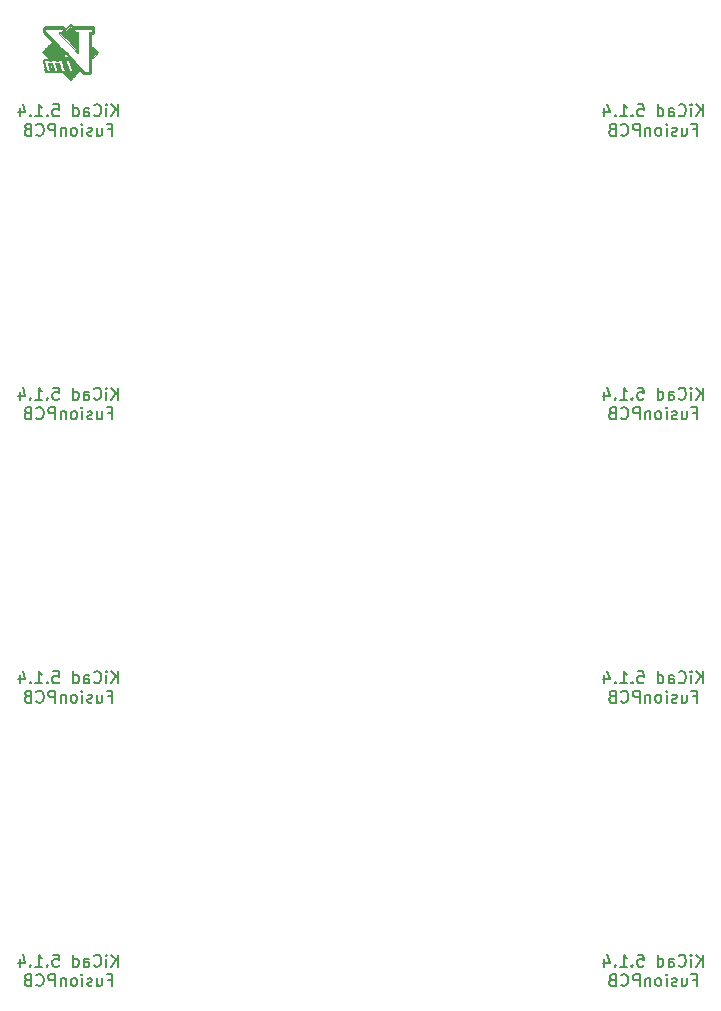
<source format=gbo>
G04 #@! TF.GenerationSoftware,KiCad,Pcbnew,5.1.4*
G04 #@! TF.CreationDate,2019-11-06T22:36:36+09:00*
G04 #@! TF.ProjectId,computerScienceExperience2,636f6d70-7574-4657-9253-6369656e6365,rev?*
G04 #@! TF.SameCoordinates,Original*
G04 #@! TF.FileFunction,Legend,Bot*
G04 #@! TF.FilePolarity,Positive*
%FSLAX46Y46*%
G04 Gerber Fmt 4.6, Leading zero omitted, Abs format (unit mm)*
G04 Created by KiCad (PCBNEW 5.1.4) date 2019-11-06 22:36:36*
%MOMM*%
%LPD*%
G04 APERTURE LIST*
%ADD10C,0.150000*%
%ADD11C,0.010000*%
G04 APERTURE END LIST*
D10*
X113190476Y-148827380D02*
X113190476Y-147827380D01*
X112619047Y-148827380D02*
X113047619Y-148255952D01*
X112619047Y-147827380D02*
X113190476Y-148398809D01*
X112190476Y-148827380D02*
X112190476Y-148160714D01*
X112190476Y-147827380D02*
X112238095Y-147875000D01*
X112190476Y-147922619D01*
X112142857Y-147875000D01*
X112190476Y-147827380D01*
X112190476Y-147922619D01*
X111142857Y-148732142D02*
X111190476Y-148779761D01*
X111333333Y-148827380D01*
X111428571Y-148827380D01*
X111571428Y-148779761D01*
X111666666Y-148684523D01*
X111714285Y-148589285D01*
X111761904Y-148398809D01*
X111761904Y-148255952D01*
X111714285Y-148065476D01*
X111666666Y-147970238D01*
X111571428Y-147875000D01*
X111428571Y-147827380D01*
X111333333Y-147827380D01*
X111190476Y-147875000D01*
X111142857Y-147922619D01*
X110285714Y-148827380D02*
X110285714Y-148303571D01*
X110333333Y-148208333D01*
X110428571Y-148160714D01*
X110619047Y-148160714D01*
X110714285Y-148208333D01*
X110285714Y-148779761D02*
X110380952Y-148827380D01*
X110619047Y-148827380D01*
X110714285Y-148779761D01*
X110761904Y-148684523D01*
X110761904Y-148589285D01*
X110714285Y-148494047D01*
X110619047Y-148446428D01*
X110380952Y-148446428D01*
X110285714Y-148398809D01*
X109380952Y-148827380D02*
X109380952Y-147827380D01*
X109380952Y-148779761D02*
X109476190Y-148827380D01*
X109666666Y-148827380D01*
X109761904Y-148779761D01*
X109809523Y-148732142D01*
X109857142Y-148636904D01*
X109857142Y-148351190D01*
X109809523Y-148255952D01*
X109761904Y-148208333D01*
X109666666Y-148160714D01*
X109476190Y-148160714D01*
X109380952Y-148208333D01*
X107666666Y-147827380D02*
X108142857Y-147827380D01*
X108190476Y-148303571D01*
X108142857Y-148255952D01*
X108047619Y-148208333D01*
X107809523Y-148208333D01*
X107714285Y-148255952D01*
X107666666Y-148303571D01*
X107619047Y-148398809D01*
X107619047Y-148636904D01*
X107666666Y-148732142D01*
X107714285Y-148779761D01*
X107809523Y-148827380D01*
X108047619Y-148827380D01*
X108142857Y-148779761D01*
X108190476Y-148732142D01*
X107190476Y-148732142D02*
X107142857Y-148779761D01*
X107190476Y-148827380D01*
X107238095Y-148779761D01*
X107190476Y-148732142D01*
X107190476Y-148827380D01*
X106190476Y-148827380D02*
X106761904Y-148827380D01*
X106476190Y-148827380D02*
X106476190Y-147827380D01*
X106571428Y-147970238D01*
X106666666Y-148065476D01*
X106761904Y-148113095D01*
X105761904Y-148732142D02*
X105714285Y-148779761D01*
X105761904Y-148827380D01*
X105809523Y-148779761D01*
X105761904Y-148732142D01*
X105761904Y-148827380D01*
X104857142Y-148160714D02*
X104857142Y-148827380D01*
X105095238Y-147779761D02*
X105333333Y-148494047D01*
X104714285Y-148494047D01*
X112357142Y-149953571D02*
X112690476Y-149953571D01*
X112690476Y-150477380D02*
X112690476Y-149477380D01*
X112214285Y-149477380D01*
X111404761Y-149810714D02*
X111404761Y-150477380D01*
X111833333Y-149810714D02*
X111833333Y-150334523D01*
X111785714Y-150429761D01*
X111690476Y-150477380D01*
X111547619Y-150477380D01*
X111452380Y-150429761D01*
X111404761Y-150382142D01*
X110976190Y-150429761D02*
X110880952Y-150477380D01*
X110690476Y-150477380D01*
X110595238Y-150429761D01*
X110547619Y-150334523D01*
X110547619Y-150286904D01*
X110595238Y-150191666D01*
X110690476Y-150144047D01*
X110833333Y-150144047D01*
X110928571Y-150096428D01*
X110976190Y-150001190D01*
X110976190Y-149953571D01*
X110928571Y-149858333D01*
X110833333Y-149810714D01*
X110690476Y-149810714D01*
X110595238Y-149858333D01*
X110119047Y-150477380D02*
X110119047Y-149810714D01*
X110119047Y-149477380D02*
X110166666Y-149525000D01*
X110119047Y-149572619D01*
X110071428Y-149525000D01*
X110119047Y-149477380D01*
X110119047Y-149572619D01*
X109500000Y-150477380D02*
X109595238Y-150429761D01*
X109642857Y-150382142D01*
X109690476Y-150286904D01*
X109690476Y-150001190D01*
X109642857Y-149905952D01*
X109595238Y-149858333D01*
X109500000Y-149810714D01*
X109357142Y-149810714D01*
X109261904Y-149858333D01*
X109214285Y-149905952D01*
X109166666Y-150001190D01*
X109166666Y-150286904D01*
X109214285Y-150382142D01*
X109261904Y-150429761D01*
X109357142Y-150477380D01*
X109500000Y-150477380D01*
X108738095Y-149810714D02*
X108738095Y-150477380D01*
X108738095Y-149905952D02*
X108690476Y-149858333D01*
X108595238Y-149810714D01*
X108452380Y-149810714D01*
X108357142Y-149858333D01*
X108309523Y-149953571D01*
X108309523Y-150477380D01*
X107833333Y-150477380D02*
X107833333Y-149477380D01*
X107452380Y-149477380D01*
X107357142Y-149525000D01*
X107309523Y-149572619D01*
X107261904Y-149667857D01*
X107261904Y-149810714D01*
X107309523Y-149905952D01*
X107357142Y-149953571D01*
X107452380Y-150001190D01*
X107833333Y-150001190D01*
X106261904Y-150382142D02*
X106309523Y-150429761D01*
X106452380Y-150477380D01*
X106547619Y-150477380D01*
X106690476Y-150429761D01*
X106785714Y-150334523D01*
X106833333Y-150239285D01*
X106880952Y-150048809D01*
X106880952Y-149905952D01*
X106833333Y-149715476D01*
X106785714Y-149620238D01*
X106690476Y-149525000D01*
X106547619Y-149477380D01*
X106452380Y-149477380D01*
X106309523Y-149525000D01*
X106261904Y-149572619D01*
X105500000Y-149953571D02*
X105357142Y-150001190D01*
X105309523Y-150048809D01*
X105261904Y-150144047D01*
X105261904Y-150286904D01*
X105309523Y-150382142D01*
X105357142Y-150429761D01*
X105452380Y-150477380D01*
X105833333Y-150477380D01*
X105833333Y-149477380D01*
X105500000Y-149477380D01*
X105404761Y-149525000D01*
X105357142Y-149572619D01*
X105309523Y-149667857D01*
X105309523Y-149763095D01*
X105357142Y-149858333D01*
X105404761Y-149905952D01*
X105500000Y-149953571D01*
X105833333Y-149953571D01*
X162690476Y-148827380D02*
X162690476Y-147827380D01*
X162119047Y-148827380D02*
X162547619Y-148255952D01*
X162119047Y-147827380D02*
X162690476Y-148398809D01*
X161690476Y-148827380D02*
X161690476Y-148160714D01*
X161690476Y-147827380D02*
X161738095Y-147875000D01*
X161690476Y-147922619D01*
X161642857Y-147875000D01*
X161690476Y-147827380D01*
X161690476Y-147922619D01*
X160642857Y-148732142D02*
X160690476Y-148779761D01*
X160833333Y-148827380D01*
X160928571Y-148827380D01*
X161071428Y-148779761D01*
X161166666Y-148684523D01*
X161214285Y-148589285D01*
X161261904Y-148398809D01*
X161261904Y-148255952D01*
X161214285Y-148065476D01*
X161166666Y-147970238D01*
X161071428Y-147875000D01*
X160928571Y-147827380D01*
X160833333Y-147827380D01*
X160690476Y-147875000D01*
X160642857Y-147922619D01*
X159785714Y-148827380D02*
X159785714Y-148303571D01*
X159833333Y-148208333D01*
X159928571Y-148160714D01*
X160119047Y-148160714D01*
X160214285Y-148208333D01*
X159785714Y-148779761D02*
X159880952Y-148827380D01*
X160119047Y-148827380D01*
X160214285Y-148779761D01*
X160261904Y-148684523D01*
X160261904Y-148589285D01*
X160214285Y-148494047D01*
X160119047Y-148446428D01*
X159880952Y-148446428D01*
X159785714Y-148398809D01*
X158880952Y-148827380D02*
X158880952Y-147827380D01*
X158880952Y-148779761D02*
X158976190Y-148827380D01*
X159166666Y-148827380D01*
X159261904Y-148779761D01*
X159309523Y-148732142D01*
X159357142Y-148636904D01*
X159357142Y-148351190D01*
X159309523Y-148255952D01*
X159261904Y-148208333D01*
X159166666Y-148160714D01*
X158976190Y-148160714D01*
X158880952Y-148208333D01*
X157166666Y-147827380D02*
X157642857Y-147827380D01*
X157690476Y-148303571D01*
X157642857Y-148255952D01*
X157547619Y-148208333D01*
X157309523Y-148208333D01*
X157214285Y-148255952D01*
X157166666Y-148303571D01*
X157119047Y-148398809D01*
X157119047Y-148636904D01*
X157166666Y-148732142D01*
X157214285Y-148779761D01*
X157309523Y-148827380D01*
X157547619Y-148827380D01*
X157642857Y-148779761D01*
X157690476Y-148732142D01*
X156690476Y-148732142D02*
X156642857Y-148779761D01*
X156690476Y-148827380D01*
X156738095Y-148779761D01*
X156690476Y-148732142D01*
X156690476Y-148827380D01*
X155690476Y-148827380D02*
X156261904Y-148827380D01*
X155976190Y-148827380D02*
X155976190Y-147827380D01*
X156071428Y-147970238D01*
X156166666Y-148065476D01*
X156261904Y-148113095D01*
X155261904Y-148732142D02*
X155214285Y-148779761D01*
X155261904Y-148827380D01*
X155309523Y-148779761D01*
X155261904Y-148732142D01*
X155261904Y-148827380D01*
X154357142Y-148160714D02*
X154357142Y-148827380D01*
X154595238Y-147779761D02*
X154833333Y-148494047D01*
X154214285Y-148494047D01*
X161857142Y-149953571D02*
X162190476Y-149953571D01*
X162190476Y-150477380D02*
X162190476Y-149477380D01*
X161714285Y-149477380D01*
X160904761Y-149810714D02*
X160904761Y-150477380D01*
X161333333Y-149810714D02*
X161333333Y-150334523D01*
X161285714Y-150429761D01*
X161190476Y-150477380D01*
X161047619Y-150477380D01*
X160952380Y-150429761D01*
X160904761Y-150382142D01*
X160476190Y-150429761D02*
X160380952Y-150477380D01*
X160190476Y-150477380D01*
X160095238Y-150429761D01*
X160047619Y-150334523D01*
X160047619Y-150286904D01*
X160095238Y-150191666D01*
X160190476Y-150144047D01*
X160333333Y-150144047D01*
X160428571Y-150096428D01*
X160476190Y-150001190D01*
X160476190Y-149953571D01*
X160428571Y-149858333D01*
X160333333Y-149810714D01*
X160190476Y-149810714D01*
X160095238Y-149858333D01*
X159619047Y-150477380D02*
X159619047Y-149810714D01*
X159619047Y-149477380D02*
X159666666Y-149525000D01*
X159619047Y-149572619D01*
X159571428Y-149525000D01*
X159619047Y-149477380D01*
X159619047Y-149572619D01*
X159000000Y-150477380D02*
X159095238Y-150429761D01*
X159142857Y-150382142D01*
X159190476Y-150286904D01*
X159190476Y-150001190D01*
X159142857Y-149905952D01*
X159095238Y-149858333D01*
X159000000Y-149810714D01*
X158857142Y-149810714D01*
X158761904Y-149858333D01*
X158714285Y-149905952D01*
X158666666Y-150001190D01*
X158666666Y-150286904D01*
X158714285Y-150382142D01*
X158761904Y-150429761D01*
X158857142Y-150477380D01*
X159000000Y-150477380D01*
X158238095Y-149810714D02*
X158238095Y-150477380D01*
X158238095Y-149905952D02*
X158190476Y-149858333D01*
X158095238Y-149810714D01*
X157952380Y-149810714D01*
X157857142Y-149858333D01*
X157809523Y-149953571D01*
X157809523Y-150477380D01*
X157333333Y-150477380D02*
X157333333Y-149477380D01*
X156952380Y-149477380D01*
X156857142Y-149525000D01*
X156809523Y-149572619D01*
X156761904Y-149667857D01*
X156761904Y-149810714D01*
X156809523Y-149905952D01*
X156857142Y-149953571D01*
X156952380Y-150001190D01*
X157333333Y-150001190D01*
X155761904Y-150382142D02*
X155809523Y-150429761D01*
X155952380Y-150477380D01*
X156047619Y-150477380D01*
X156190476Y-150429761D01*
X156285714Y-150334523D01*
X156333333Y-150239285D01*
X156380952Y-150048809D01*
X156380952Y-149905952D01*
X156333333Y-149715476D01*
X156285714Y-149620238D01*
X156190476Y-149525000D01*
X156047619Y-149477380D01*
X155952380Y-149477380D01*
X155809523Y-149525000D01*
X155761904Y-149572619D01*
X155000000Y-149953571D02*
X154857142Y-150001190D01*
X154809523Y-150048809D01*
X154761904Y-150144047D01*
X154761904Y-150286904D01*
X154809523Y-150382142D01*
X154857142Y-150429761D01*
X154952380Y-150477380D01*
X155333333Y-150477380D01*
X155333333Y-149477380D01*
X155000000Y-149477380D01*
X154904761Y-149525000D01*
X154857142Y-149572619D01*
X154809523Y-149667857D01*
X154809523Y-149763095D01*
X154857142Y-149858333D01*
X154904761Y-149905952D01*
X155000000Y-149953571D01*
X155333333Y-149953571D01*
X162690476Y-124827380D02*
X162690476Y-123827380D01*
X162119047Y-124827380D02*
X162547619Y-124255952D01*
X162119047Y-123827380D02*
X162690476Y-124398809D01*
X161690476Y-124827380D02*
X161690476Y-124160714D01*
X161690476Y-123827380D02*
X161738095Y-123875000D01*
X161690476Y-123922619D01*
X161642857Y-123875000D01*
X161690476Y-123827380D01*
X161690476Y-123922619D01*
X160642857Y-124732142D02*
X160690476Y-124779761D01*
X160833333Y-124827380D01*
X160928571Y-124827380D01*
X161071428Y-124779761D01*
X161166666Y-124684523D01*
X161214285Y-124589285D01*
X161261904Y-124398809D01*
X161261904Y-124255952D01*
X161214285Y-124065476D01*
X161166666Y-123970238D01*
X161071428Y-123875000D01*
X160928571Y-123827380D01*
X160833333Y-123827380D01*
X160690476Y-123875000D01*
X160642857Y-123922619D01*
X159785714Y-124827380D02*
X159785714Y-124303571D01*
X159833333Y-124208333D01*
X159928571Y-124160714D01*
X160119047Y-124160714D01*
X160214285Y-124208333D01*
X159785714Y-124779761D02*
X159880952Y-124827380D01*
X160119047Y-124827380D01*
X160214285Y-124779761D01*
X160261904Y-124684523D01*
X160261904Y-124589285D01*
X160214285Y-124494047D01*
X160119047Y-124446428D01*
X159880952Y-124446428D01*
X159785714Y-124398809D01*
X158880952Y-124827380D02*
X158880952Y-123827380D01*
X158880952Y-124779761D02*
X158976190Y-124827380D01*
X159166666Y-124827380D01*
X159261904Y-124779761D01*
X159309523Y-124732142D01*
X159357142Y-124636904D01*
X159357142Y-124351190D01*
X159309523Y-124255952D01*
X159261904Y-124208333D01*
X159166666Y-124160714D01*
X158976190Y-124160714D01*
X158880952Y-124208333D01*
X157166666Y-123827380D02*
X157642857Y-123827380D01*
X157690476Y-124303571D01*
X157642857Y-124255952D01*
X157547619Y-124208333D01*
X157309523Y-124208333D01*
X157214285Y-124255952D01*
X157166666Y-124303571D01*
X157119047Y-124398809D01*
X157119047Y-124636904D01*
X157166666Y-124732142D01*
X157214285Y-124779761D01*
X157309523Y-124827380D01*
X157547619Y-124827380D01*
X157642857Y-124779761D01*
X157690476Y-124732142D01*
X156690476Y-124732142D02*
X156642857Y-124779761D01*
X156690476Y-124827380D01*
X156738095Y-124779761D01*
X156690476Y-124732142D01*
X156690476Y-124827380D01*
X155690476Y-124827380D02*
X156261904Y-124827380D01*
X155976190Y-124827380D02*
X155976190Y-123827380D01*
X156071428Y-123970238D01*
X156166666Y-124065476D01*
X156261904Y-124113095D01*
X155261904Y-124732142D02*
X155214285Y-124779761D01*
X155261904Y-124827380D01*
X155309523Y-124779761D01*
X155261904Y-124732142D01*
X155261904Y-124827380D01*
X154357142Y-124160714D02*
X154357142Y-124827380D01*
X154595238Y-123779761D02*
X154833333Y-124494047D01*
X154214285Y-124494047D01*
X161857142Y-125953571D02*
X162190476Y-125953571D01*
X162190476Y-126477380D02*
X162190476Y-125477380D01*
X161714285Y-125477380D01*
X160904761Y-125810714D02*
X160904761Y-126477380D01*
X161333333Y-125810714D02*
X161333333Y-126334523D01*
X161285714Y-126429761D01*
X161190476Y-126477380D01*
X161047619Y-126477380D01*
X160952380Y-126429761D01*
X160904761Y-126382142D01*
X160476190Y-126429761D02*
X160380952Y-126477380D01*
X160190476Y-126477380D01*
X160095238Y-126429761D01*
X160047619Y-126334523D01*
X160047619Y-126286904D01*
X160095238Y-126191666D01*
X160190476Y-126144047D01*
X160333333Y-126144047D01*
X160428571Y-126096428D01*
X160476190Y-126001190D01*
X160476190Y-125953571D01*
X160428571Y-125858333D01*
X160333333Y-125810714D01*
X160190476Y-125810714D01*
X160095238Y-125858333D01*
X159619047Y-126477380D02*
X159619047Y-125810714D01*
X159619047Y-125477380D02*
X159666666Y-125525000D01*
X159619047Y-125572619D01*
X159571428Y-125525000D01*
X159619047Y-125477380D01*
X159619047Y-125572619D01*
X159000000Y-126477380D02*
X159095238Y-126429761D01*
X159142857Y-126382142D01*
X159190476Y-126286904D01*
X159190476Y-126001190D01*
X159142857Y-125905952D01*
X159095238Y-125858333D01*
X159000000Y-125810714D01*
X158857142Y-125810714D01*
X158761904Y-125858333D01*
X158714285Y-125905952D01*
X158666666Y-126001190D01*
X158666666Y-126286904D01*
X158714285Y-126382142D01*
X158761904Y-126429761D01*
X158857142Y-126477380D01*
X159000000Y-126477380D01*
X158238095Y-125810714D02*
X158238095Y-126477380D01*
X158238095Y-125905952D02*
X158190476Y-125858333D01*
X158095238Y-125810714D01*
X157952380Y-125810714D01*
X157857142Y-125858333D01*
X157809523Y-125953571D01*
X157809523Y-126477380D01*
X157333333Y-126477380D02*
X157333333Y-125477380D01*
X156952380Y-125477380D01*
X156857142Y-125525000D01*
X156809523Y-125572619D01*
X156761904Y-125667857D01*
X156761904Y-125810714D01*
X156809523Y-125905952D01*
X156857142Y-125953571D01*
X156952380Y-126001190D01*
X157333333Y-126001190D01*
X155761904Y-126382142D02*
X155809523Y-126429761D01*
X155952380Y-126477380D01*
X156047619Y-126477380D01*
X156190476Y-126429761D01*
X156285714Y-126334523D01*
X156333333Y-126239285D01*
X156380952Y-126048809D01*
X156380952Y-125905952D01*
X156333333Y-125715476D01*
X156285714Y-125620238D01*
X156190476Y-125525000D01*
X156047619Y-125477380D01*
X155952380Y-125477380D01*
X155809523Y-125525000D01*
X155761904Y-125572619D01*
X155000000Y-125953571D02*
X154857142Y-126001190D01*
X154809523Y-126048809D01*
X154761904Y-126144047D01*
X154761904Y-126286904D01*
X154809523Y-126382142D01*
X154857142Y-126429761D01*
X154952380Y-126477380D01*
X155333333Y-126477380D01*
X155333333Y-125477380D01*
X155000000Y-125477380D01*
X154904761Y-125525000D01*
X154857142Y-125572619D01*
X154809523Y-125667857D01*
X154809523Y-125763095D01*
X154857142Y-125858333D01*
X154904761Y-125905952D01*
X155000000Y-125953571D01*
X155333333Y-125953571D01*
X113190476Y-124827380D02*
X113190476Y-123827380D01*
X112619047Y-124827380D02*
X113047619Y-124255952D01*
X112619047Y-123827380D02*
X113190476Y-124398809D01*
X112190476Y-124827380D02*
X112190476Y-124160714D01*
X112190476Y-123827380D02*
X112238095Y-123875000D01*
X112190476Y-123922619D01*
X112142857Y-123875000D01*
X112190476Y-123827380D01*
X112190476Y-123922619D01*
X111142857Y-124732142D02*
X111190476Y-124779761D01*
X111333333Y-124827380D01*
X111428571Y-124827380D01*
X111571428Y-124779761D01*
X111666666Y-124684523D01*
X111714285Y-124589285D01*
X111761904Y-124398809D01*
X111761904Y-124255952D01*
X111714285Y-124065476D01*
X111666666Y-123970238D01*
X111571428Y-123875000D01*
X111428571Y-123827380D01*
X111333333Y-123827380D01*
X111190476Y-123875000D01*
X111142857Y-123922619D01*
X110285714Y-124827380D02*
X110285714Y-124303571D01*
X110333333Y-124208333D01*
X110428571Y-124160714D01*
X110619047Y-124160714D01*
X110714285Y-124208333D01*
X110285714Y-124779761D02*
X110380952Y-124827380D01*
X110619047Y-124827380D01*
X110714285Y-124779761D01*
X110761904Y-124684523D01*
X110761904Y-124589285D01*
X110714285Y-124494047D01*
X110619047Y-124446428D01*
X110380952Y-124446428D01*
X110285714Y-124398809D01*
X109380952Y-124827380D02*
X109380952Y-123827380D01*
X109380952Y-124779761D02*
X109476190Y-124827380D01*
X109666666Y-124827380D01*
X109761904Y-124779761D01*
X109809523Y-124732142D01*
X109857142Y-124636904D01*
X109857142Y-124351190D01*
X109809523Y-124255952D01*
X109761904Y-124208333D01*
X109666666Y-124160714D01*
X109476190Y-124160714D01*
X109380952Y-124208333D01*
X107666666Y-123827380D02*
X108142857Y-123827380D01*
X108190476Y-124303571D01*
X108142857Y-124255952D01*
X108047619Y-124208333D01*
X107809523Y-124208333D01*
X107714285Y-124255952D01*
X107666666Y-124303571D01*
X107619047Y-124398809D01*
X107619047Y-124636904D01*
X107666666Y-124732142D01*
X107714285Y-124779761D01*
X107809523Y-124827380D01*
X108047619Y-124827380D01*
X108142857Y-124779761D01*
X108190476Y-124732142D01*
X107190476Y-124732142D02*
X107142857Y-124779761D01*
X107190476Y-124827380D01*
X107238095Y-124779761D01*
X107190476Y-124732142D01*
X107190476Y-124827380D01*
X106190476Y-124827380D02*
X106761904Y-124827380D01*
X106476190Y-124827380D02*
X106476190Y-123827380D01*
X106571428Y-123970238D01*
X106666666Y-124065476D01*
X106761904Y-124113095D01*
X105761904Y-124732142D02*
X105714285Y-124779761D01*
X105761904Y-124827380D01*
X105809523Y-124779761D01*
X105761904Y-124732142D01*
X105761904Y-124827380D01*
X104857142Y-124160714D02*
X104857142Y-124827380D01*
X105095238Y-123779761D02*
X105333333Y-124494047D01*
X104714285Y-124494047D01*
X112357142Y-125953571D02*
X112690476Y-125953571D01*
X112690476Y-126477380D02*
X112690476Y-125477380D01*
X112214285Y-125477380D01*
X111404761Y-125810714D02*
X111404761Y-126477380D01*
X111833333Y-125810714D02*
X111833333Y-126334523D01*
X111785714Y-126429761D01*
X111690476Y-126477380D01*
X111547619Y-126477380D01*
X111452380Y-126429761D01*
X111404761Y-126382142D01*
X110976190Y-126429761D02*
X110880952Y-126477380D01*
X110690476Y-126477380D01*
X110595238Y-126429761D01*
X110547619Y-126334523D01*
X110547619Y-126286904D01*
X110595238Y-126191666D01*
X110690476Y-126144047D01*
X110833333Y-126144047D01*
X110928571Y-126096428D01*
X110976190Y-126001190D01*
X110976190Y-125953571D01*
X110928571Y-125858333D01*
X110833333Y-125810714D01*
X110690476Y-125810714D01*
X110595238Y-125858333D01*
X110119047Y-126477380D02*
X110119047Y-125810714D01*
X110119047Y-125477380D02*
X110166666Y-125525000D01*
X110119047Y-125572619D01*
X110071428Y-125525000D01*
X110119047Y-125477380D01*
X110119047Y-125572619D01*
X109500000Y-126477380D02*
X109595238Y-126429761D01*
X109642857Y-126382142D01*
X109690476Y-126286904D01*
X109690476Y-126001190D01*
X109642857Y-125905952D01*
X109595238Y-125858333D01*
X109500000Y-125810714D01*
X109357142Y-125810714D01*
X109261904Y-125858333D01*
X109214285Y-125905952D01*
X109166666Y-126001190D01*
X109166666Y-126286904D01*
X109214285Y-126382142D01*
X109261904Y-126429761D01*
X109357142Y-126477380D01*
X109500000Y-126477380D01*
X108738095Y-125810714D02*
X108738095Y-126477380D01*
X108738095Y-125905952D02*
X108690476Y-125858333D01*
X108595238Y-125810714D01*
X108452380Y-125810714D01*
X108357142Y-125858333D01*
X108309523Y-125953571D01*
X108309523Y-126477380D01*
X107833333Y-126477380D02*
X107833333Y-125477380D01*
X107452380Y-125477380D01*
X107357142Y-125525000D01*
X107309523Y-125572619D01*
X107261904Y-125667857D01*
X107261904Y-125810714D01*
X107309523Y-125905952D01*
X107357142Y-125953571D01*
X107452380Y-126001190D01*
X107833333Y-126001190D01*
X106261904Y-126382142D02*
X106309523Y-126429761D01*
X106452380Y-126477380D01*
X106547619Y-126477380D01*
X106690476Y-126429761D01*
X106785714Y-126334523D01*
X106833333Y-126239285D01*
X106880952Y-126048809D01*
X106880952Y-125905952D01*
X106833333Y-125715476D01*
X106785714Y-125620238D01*
X106690476Y-125525000D01*
X106547619Y-125477380D01*
X106452380Y-125477380D01*
X106309523Y-125525000D01*
X106261904Y-125572619D01*
X105500000Y-125953571D02*
X105357142Y-126001190D01*
X105309523Y-126048809D01*
X105261904Y-126144047D01*
X105261904Y-126286904D01*
X105309523Y-126382142D01*
X105357142Y-126429761D01*
X105452380Y-126477380D01*
X105833333Y-126477380D01*
X105833333Y-125477380D01*
X105500000Y-125477380D01*
X105404761Y-125525000D01*
X105357142Y-125572619D01*
X105309523Y-125667857D01*
X105309523Y-125763095D01*
X105357142Y-125858333D01*
X105404761Y-125905952D01*
X105500000Y-125953571D01*
X105833333Y-125953571D01*
X113190476Y-100827380D02*
X113190476Y-99827380D01*
X112619047Y-100827380D02*
X113047619Y-100255952D01*
X112619047Y-99827380D02*
X113190476Y-100398809D01*
X112190476Y-100827380D02*
X112190476Y-100160714D01*
X112190476Y-99827380D02*
X112238095Y-99875000D01*
X112190476Y-99922619D01*
X112142857Y-99875000D01*
X112190476Y-99827380D01*
X112190476Y-99922619D01*
X111142857Y-100732142D02*
X111190476Y-100779761D01*
X111333333Y-100827380D01*
X111428571Y-100827380D01*
X111571428Y-100779761D01*
X111666666Y-100684523D01*
X111714285Y-100589285D01*
X111761904Y-100398809D01*
X111761904Y-100255952D01*
X111714285Y-100065476D01*
X111666666Y-99970238D01*
X111571428Y-99875000D01*
X111428571Y-99827380D01*
X111333333Y-99827380D01*
X111190476Y-99875000D01*
X111142857Y-99922619D01*
X110285714Y-100827380D02*
X110285714Y-100303571D01*
X110333333Y-100208333D01*
X110428571Y-100160714D01*
X110619047Y-100160714D01*
X110714285Y-100208333D01*
X110285714Y-100779761D02*
X110380952Y-100827380D01*
X110619047Y-100827380D01*
X110714285Y-100779761D01*
X110761904Y-100684523D01*
X110761904Y-100589285D01*
X110714285Y-100494047D01*
X110619047Y-100446428D01*
X110380952Y-100446428D01*
X110285714Y-100398809D01*
X109380952Y-100827380D02*
X109380952Y-99827380D01*
X109380952Y-100779761D02*
X109476190Y-100827380D01*
X109666666Y-100827380D01*
X109761904Y-100779761D01*
X109809523Y-100732142D01*
X109857142Y-100636904D01*
X109857142Y-100351190D01*
X109809523Y-100255952D01*
X109761904Y-100208333D01*
X109666666Y-100160714D01*
X109476190Y-100160714D01*
X109380952Y-100208333D01*
X107666666Y-99827380D02*
X108142857Y-99827380D01*
X108190476Y-100303571D01*
X108142857Y-100255952D01*
X108047619Y-100208333D01*
X107809523Y-100208333D01*
X107714285Y-100255952D01*
X107666666Y-100303571D01*
X107619047Y-100398809D01*
X107619047Y-100636904D01*
X107666666Y-100732142D01*
X107714285Y-100779761D01*
X107809523Y-100827380D01*
X108047619Y-100827380D01*
X108142857Y-100779761D01*
X108190476Y-100732142D01*
X107190476Y-100732142D02*
X107142857Y-100779761D01*
X107190476Y-100827380D01*
X107238095Y-100779761D01*
X107190476Y-100732142D01*
X107190476Y-100827380D01*
X106190476Y-100827380D02*
X106761904Y-100827380D01*
X106476190Y-100827380D02*
X106476190Y-99827380D01*
X106571428Y-99970238D01*
X106666666Y-100065476D01*
X106761904Y-100113095D01*
X105761904Y-100732142D02*
X105714285Y-100779761D01*
X105761904Y-100827380D01*
X105809523Y-100779761D01*
X105761904Y-100732142D01*
X105761904Y-100827380D01*
X104857142Y-100160714D02*
X104857142Y-100827380D01*
X105095238Y-99779761D02*
X105333333Y-100494047D01*
X104714285Y-100494047D01*
X112357142Y-101953571D02*
X112690476Y-101953571D01*
X112690476Y-102477380D02*
X112690476Y-101477380D01*
X112214285Y-101477380D01*
X111404761Y-101810714D02*
X111404761Y-102477380D01*
X111833333Y-101810714D02*
X111833333Y-102334523D01*
X111785714Y-102429761D01*
X111690476Y-102477380D01*
X111547619Y-102477380D01*
X111452380Y-102429761D01*
X111404761Y-102382142D01*
X110976190Y-102429761D02*
X110880952Y-102477380D01*
X110690476Y-102477380D01*
X110595238Y-102429761D01*
X110547619Y-102334523D01*
X110547619Y-102286904D01*
X110595238Y-102191666D01*
X110690476Y-102144047D01*
X110833333Y-102144047D01*
X110928571Y-102096428D01*
X110976190Y-102001190D01*
X110976190Y-101953571D01*
X110928571Y-101858333D01*
X110833333Y-101810714D01*
X110690476Y-101810714D01*
X110595238Y-101858333D01*
X110119047Y-102477380D02*
X110119047Y-101810714D01*
X110119047Y-101477380D02*
X110166666Y-101525000D01*
X110119047Y-101572619D01*
X110071428Y-101525000D01*
X110119047Y-101477380D01*
X110119047Y-101572619D01*
X109500000Y-102477380D02*
X109595238Y-102429761D01*
X109642857Y-102382142D01*
X109690476Y-102286904D01*
X109690476Y-102001190D01*
X109642857Y-101905952D01*
X109595238Y-101858333D01*
X109500000Y-101810714D01*
X109357142Y-101810714D01*
X109261904Y-101858333D01*
X109214285Y-101905952D01*
X109166666Y-102001190D01*
X109166666Y-102286904D01*
X109214285Y-102382142D01*
X109261904Y-102429761D01*
X109357142Y-102477380D01*
X109500000Y-102477380D01*
X108738095Y-101810714D02*
X108738095Y-102477380D01*
X108738095Y-101905952D02*
X108690476Y-101858333D01*
X108595238Y-101810714D01*
X108452380Y-101810714D01*
X108357142Y-101858333D01*
X108309523Y-101953571D01*
X108309523Y-102477380D01*
X107833333Y-102477380D02*
X107833333Y-101477380D01*
X107452380Y-101477380D01*
X107357142Y-101525000D01*
X107309523Y-101572619D01*
X107261904Y-101667857D01*
X107261904Y-101810714D01*
X107309523Y-101905952D01*
X107357142Y-101953571D01*
X107452380Y-102001190D01*
X107833333Y-102001190D01*
X106261904Y-102382142D02*
X106309523Y-102429761D01*
X106452380Y-102477380D01*
X106547619Y-102477380D01*
X106690476Y-102429761D01*
X106785714Y-102334523D01*
X106833333Y-102239285D01*
X106880952Y-102048809D01*
X106880952Y-101905952D01*
X106833333Y-101715476D01*
X106785714Y-101620238D01*
X106690476Y-101525000D01*
X106547619Y-101477380D01*
X106452380Y-101477380D01*
X106309523Y-101525000D01*
X106261904Y-101572619D01*
X105500000Y-101953571D02*
X105357142Y-102001190D01*
X105309523Y-102048809D01*
X105261904Y-102144047D01*
X105261904Y-102286904D01*
X105309523Y-102382142D01*
X105357142Y-102429761D01*
X105452380Y-102477380D01*
X105833333Y-102477380D01*
X105833333Y-101477380D01*
X105500000Y-101477380D01*
X105404761Y-101525000D01*
X105357142Y-101572619D01*
X105309523Y-101667857D01*
X105309523Y-101763095D01*
X105357142Y-101858333D01*
X105404761Y-101905952D01*
X105500000Y-101953571D01*
X105833333Y-101953571D01*
X162690476Y-100827380D02*
X162690476Y-99827380D01*
X162119047Y-100827380D02*
X162547619Y-100255952D01*
X162119047Y-99827380D02*
X162690476Y-100398809D01*
X161690476Y-100827380D02*
X161690476Y-100160714D01*
X161690476Y-99827380D02*
X161738095Y-99875000D01*
X161690476Y-99922619D01*
X161642857Y-99875000D01*
X161690476Y-99827380D01*
X161690476Y-99922619D01*
X160642857Y-100732142D02*
X160690476Y-100779761D01*
X160833333Y-100827380D01*
X160928571Y-100827380D01*
X161071428Y-100779761D01*
X161166666Y-100684523D01*
X161214285Y-100589285D01*
X161261904Y-100398809D01*
X161261904Y-100255952D01*
X161214285Y-100065476D01*
X161166666Y-99970238D01*
X161071428Y-99875000D01*
X160928571Y-99827380D01*
X160833333Y-99827380D01*
X160690476Y-99875000D01*
X160642857Y-99922619D01*
X159785714Y-100827380D02*
X159785714Y-100303571D01*
X159833333Y-100208333D01*
X159928571Y-100160714D01*
X160119047Y-100160714D01*
X160214285Y-100208333D01*
X159785714Y-100779761D02*
X159880952Y-100827380D01*
X160119047Y-100827380D01*
X160214285Y-100779761D01*
X160261904Y-100684523D01*
X160261904Y-100589285D01*
X160214285Y-100494047D01*
X160119047Y-100446428D01*
X159880952Y-100446428D01*
X159785714Y-100398809D01*
X158880952Y-100827380D02*
X158880952Y-99827380D01*
X158880952Y-100779761D02*
X158976190Y-100827380D01*
X159166666Y-100827380D01*
X159261904Y-100779761D01*
X159309523Y-100732142D01*
X159357142Y-100636904D01*
X159357142Y-100351190D01*
X159309523Y-100255952D01*
X159261904Y-100208333D01*
X159166666Y-100160714D01*
X158976190Y-100160714D01*
X158880952Y-100208333D01*
X157166666Y-99827380D02*
X157642857Y-99827380D01*
X157690476Y-100303571D01*
X157642857Y-100255952D01*
X157547619Y-100208333D01*
X157309523Y-100208333D01*
X157214285Y-100255952D01*
X157166666Y-100303571D01*
X157119047Y-100398809D01*
X157119047Y-100636904D01*
X157166666Y-100732142D01*
X157214285Y-100779761D01*
X157309523Y-100827380D01*
X157547619Y-100827380D01*
X157642857Y-100779761D01*
X157690476Y-100732142D01*
X156690476Y-100732142D02*
X156642857Y-100779761D01*
X156690476Y-100827380D01*
X156738095Y-100779761D01*
X156690476Y-100732142D01*
X156690476Y-100827380D01*
X155690476Y-100827380D02*
X156261904Y-100827380D01*
X155976190Y-100827380D02*
X155976190Y-99827380D01*
X156071428Y-99970238D01*
X156166666Y-100065476D01*
X156261904Y-100113095D01*
X155261904Y-100732142D02*
X155214285Y-100779761D01*
X155261904Y-100827380D01*
X155309523Y-100779761D01*
X155261904Y-100732142D01*
X155261904Y-100827380D01*
X154357142Y-100160714D02*
X154357142Y-100827380D01*
X154595238Y-99779761D02*
X154833333Y-100494047D01*
X154214285Y-100494047D01*
X161857142Y-101953571D02*
X162190476Y-101953571D01*
X162190476Y-102477380D02*
X162190476Y-101477380D01*
X161714285Y-101477380D01*
X160904761Y-101810714D02*
X160904761Y-102477380D01*
X161333333Y-101810714D02*
X161333333Y-102334523D01*
X161285714Y-102429761D01*
X161190476Y-102477380D01*
X161047619Y-102477380D01*
X160952380Y-102429761D01*
X160904761Y-102382142D01*
X160476190Y-102429761D02*
X160380952Y-102477380D01*
X160190476Y-102477380D01*
X160095238Y-102429761D01*
X160047619Y-102334523D01*
X160047619Y-102286904D01*
X160095238Y-102191666D01*
X160190476Y-102144047D01*
X160333333Y-102144047D01*
X160428571Y-102096428D01*
X160476190Y-102001190D01*
X160476190Y-101953571D01*
X160428571Y-101858333D01*
X160333333Y-101810714D01*
X160190476Y-101810714D01*
X160095238Y-101858333D01*
X159619047Y-102477380D02*
X159619047Y-101810714D01*
X159619047Y-101477380D02*
X159666666Y-101525000D01*
X159619047Y-101572619D01*
X159571428Y-101525000D01*
X159619047Y-101477380D01*
X159619047Y-101572619D01*
X159000000Y-102477380D02*
X159095238Y-102429761D01*
X159142857Y-102382142D01*
X159190476Y-102286904D01*
X159190476Y-102001190D01*
X159142857Y-101905952D01*
X159095238Y-101858333D01*
X159000000Y-101810714D01*
X158857142Y-101810714D01*
X158761904Y-101858333D01*
X158714285Y-101905952D01*
X158666666Y-102001190D01*
X158666666Y-102286904D01*
X158714285Y-102382142D01*
X158761904Y-102429761D01*
X158857142Y-102477380D01*
X159000000Y-102477380D01*
X158238095Y-101810714D02*
X158238095Y-102477380D01*
X158238095Y-101905952D02*
X158190476Y-101858333D01*
X158095238Y-101810714D01*
X157952380Y-101810714D01*
X157857142Y-101858333D01*
X157809523Y-101953571D01*
X157809523Y-102477380D01*
X157333333Y-102477380D02*
X157333333Y-101477380D01*
X156952380Y-101477380D01*
X156857142Y-101525000D01*
X156809523Y-101572619D01*
X156761904Y-101667857D01*
X156761904Y-101810714D01*
X156809523Y-101905952D01*
X156857142Y-101953571D01*
X156952380Y-102001190D01*
X157333333Y-102001190D01*
X155761904Y-102382142D02*
X155809523Y-102429761D01*
X155952380Y-102477380D01*
X156047619Y-102477380D01*
X156190476Y-102429761D01*
X156285714Y-102334523D01*
X156333333Y-102239285D01*
X156380952Y-102048809D01*
X156380952Y-101905952D01*
X156333333Y-101715476D01*
X156285714Y-101620238D01*
X156190476Y-101525000D01*
X156047619Y-101477380D01*
X155952380Y-101477380D01*
X155809523Y-101525000D01*
X155761904Y-101572619D01*
X155000000Y-101953571D02*
X154857142Y-102001190D01*
X154809523Y-102048809D01*
X154761904Y-102144047D01*
X154761904Y-102286904D01*
X154809523Y-102382142D01*
X154857142Y-102429761D01*
X154952380Y-102477380D01*
X155333333Y-102477380D01*
X155333333Y-101477380D01*
X155000000Y-101477380D01*
X154904761Y-101525000D01*
X154857142Y-101572619D01*
X154809523Y-101667857D01*
X154809523Y-101763095D01*
X154857142Y-101858333D01*
X154904761Y-101905952D01*
X155000000Y-101953571D01*
X155333333Y-101953571D01*
X162690476Y-76827380D02*
X162690476Y-75827380D01*
X162119047Y-76827380D02*
X162547619Y-76255952D01*
X162119047Y-75827380D02*
X162690476Y-76398809D01*
X161690476Y-76827380D02*
X161690476Y-76160714D01*
X161690476Y-75827380D02*
X161738095Y-75875000D01*
X161690476Y-75922619D01*
X161642857Y-75875000D01*
X161690476Y-75827380D01*
X161690476Y-75922619D01*
X160642857Y-76732142D02*
X160690476Y-76779761D01*
X160833333Y-76827380D01*
X160928571Y-76827380D01*
X161071428Y-76779761D01*
X161166666Y-76684523D01*
X161214285Y-76589285D01*
X161261904Y-76398809D01*
X161261904Y-76255952D01*
X161214285Y-76065476D01*
X161166666Y-75970238D01*
X161071428Y-75875000D01*
X160928571Y-75827380D01*
X160833333Y-75827380D01*
X160690476Y-75875000D01*
X160642857Y-75922619D01*
X159785714Y-76827380D02*
X159785714Y-76303571D01*
X159833333Y-76208333D01*
X159928571Y-76160714D01*
X160119047Y-76160714D01*
X160214285Y-76208333D01*
X159785714Y-76779761D02*
X159880952Y-76827380D01*
X160119047Y-76827380D01*
X160214285Y-76779761D01*
X160261904Y-76684523D01*
X160261904Y-76589285D01*
X160214285Y-76494047D01*
X160119047Y-76446428D01*
X159880952Y-76446428D01*
X159785714Y-76398809D01*
X158880952Y-76827380D02*
X158880952Y-75827380D01*
X158880952Y-76779761D02*
X158976190Y-76827380D01*
X159166666Y-76827380D01*
X159261904Y-76779761D01*
X159309523Y-76732142D01*
X159357142Y-76636904D01*
X159357142Y-76351190D01*
X159309523Y-76255952D01*
X159261904Y-76208333D01*
X159166666Y-76160714D01*
X158976190Y-76160714D01*
X158880952Y-76208333D01*
X157166666Y-75827380D02*
X157642857Y-75827380D01*
X157690476Y-76303571D01*
X157642857Y-76255952D01*
X157547619Y-76208333D01*
X157309523Y-76208333D01*
X157214285Y-76255952D01*
X157166666Y-76303571D01*
X157119047Y-76398809D01*
X157119047Y-76636904D01*
X157166666Y-76732142D01*
X157214285Y-76779761D01*
X157309523Y-76827380D01*
X157547619Y-76827380D01*
X157642857Y-76779761D01*
X157690476Y-76732142D01*
X156690476Y-76732142D02*
X156642857Y-76779761D01*
X156690476Y-76827380D01*
X156738095Y-76779761D01*
X156690476Y-76732142D01*
X156690476Y-76827380D01*
X155690476Y-76827380D02*
X156261904Y-76827380D01*
X155976190Y-76827380D02*
X155976190Y-75827380D01*
X156071428Y-75970238D01*
X156166666Y-76065476D01*
X156261904Y-76113095D01*
X155261904Y-76732142D02*
X155214285Y-76779761D01*
X155261904Y-76827380D01*
X155309523Y-76779761D01*
X155261904Y-76732142D01*
X155261904Y-76827380D01*
X154357142Y-76160714D02*
X154357142Y-76827380D01*
X154595238Y-75779761D02*
X154833333Y-76494047D01*
X154214285Y-76494047D01*
X161857142Y-77953571D02*
X162190476Y-77953571D01*
X162190476Y-78477380D02*
X162190476Y-77477380D01*
X161714285Y-77477380D01*
X160904761Y-77810714D02*
X160904761Y-78477380D01*
X161333333Y-77810714D02*
X161333333Y-78334523D01*
X161285714Y-78429761D01*
X161190476Y-78477380D01*
X161047619Y-78477380D01*
X160952380Y-78429761D01*
X160904761Y-78382142D01*
X160476190Y-78429761D02*
X160380952Y-78477380D01*
X160190476Y-78477380D01*
X160095238Y-78429761D01*
X160047619Y-78334523D01*
X160047619Y-78286904D01*
X160095238Y-78191666D01*
X160190476Y-78144047D01*
X160333333Y-78144047D01*
X160428571Y-78096428D01*
X160476190Y-78001190D01*
X160476190Y-77953571D01*
X160428571Y-77858333D01*
X160333333Y-77810714D01*
X160190476Y-77810714D01*
X160095238Y-77858333D01*
X159619047Y-78477380D02*
X159619047Y-77810714D01*
X159619047Y-77477380D02*
X159666666Y-77525000D01*
X159619047Y-77572619D01*
X159571428Y-77525000D01*
X159619047Y-77477380D01*
X159619047Y-77572619D01*
X159000000Y-78477380D02*
X159095238Y-78429761D01*
X159142857Y-78382142D01*
X159190476Y-78286904D01*
X159190476Y-78001190D01*
X159142857Y-77905952D01*
X159095238Y-77858333D01*
X159000000Y-77810714D01*
X158857142Y-77810714D01*
X158761904Y-77858333D01*
X158714285Y-77905952D01*
X158666666Y-78001190D01*
X158666666Y-78286904D01*
X158714285Y-78382142D01*
X158761904Y-78429761D01*
X158857142Y-78477380D01*
X159000000Y-78477380D01*
X158238095Y-77810714D02*
X158238095Y-78477380D01*
X158238095Y-77905952D02*
X158190476Y-77858333D01*
X158095238Y-77810714D01*
X157952380Y-77810714D01*
X157857142Y-77858333D01*
X157809523Y-77953571D01*
X157809523Y-78477380D01*
X157333333Y-78477380D02*
X157333333Y-77477380D01*
X156952380Y-77477380D01*
X156857142Y-77525000D01*
X156809523Y-77572619D01*
X156761904Y-77667857D01*
X156761904Y-77810714D01*
X156809523Y-77905952D01*
X156857142Y-77953571D01*
X156952380Y-78001190D01*
X157333333Y-78001190D01*
X155761904Y-78382142D02*
X155809523Y-78429761D01*
X155952380Y-78477380D01*
X156047619Y-78477380D01*
X156190476Y-78429761D01*
X156285714Y-78334523D01*
X156333333Y-78239285D01*
X156380952Y-78048809D01*
X156380952Y-77905952D01*
X156333333Y-77715476D01*
X156285714Y-77620238D01*
X156190476Y-77525000D01*
X156047619Y-77477380D01*
X155952380Y-77477380D01*
X155809523Y-77525000D01*
X155761904Y-77572619D01*
X155000000Y-77953571D02*
X154857142Y-78001190D01*
X154809523Y-78048809D01*
X154761904Y-78144047D01*
X154761904Y-78286904D01*
X154809523Y-78382142D01*
X154857142Y-78429761D01*
X154952380Y-78477380D01*
X155333333Y-78477380D01*
X155333333Y-77477380D01*
X155000000Y-77477380D01*
X154904761Y-77525000D01*
X154857142Y-77572619D01*
X154809523Y-77667857D01*
X154809523Y-77763095D01*
X154857142Y-77858333D01*
X154904761Y-77905952D01*
X155000000Y-77953571D01*
X155333333Y-77953571D01*
X113190476Y-76827380D02*
X113190476Y-75827380D01*
X112619047Y-76827380D02*
X113047619Y-76255952D01*
X112619047Y-75827380D02*
X113190476Y-76398809D01*
X112190476Y-76827380D02*
X112190476Y-76160714D01*
X112190476Y-75827380D02*
X112238095Y-75875000D01*
X112190476Y-75922619D01*
X112142857Y-75875000D01*
X112190476Y-75827380D01*
X112190476Y-75922619D01*
X111142857Y-76732142D02*
X111190476Y-76779761D01*
X111333333Y-76827380D01*
X111428571Y-76827380D01*
X111571428Y-76779761D01*
X111666666Y-76684523D01*
X111714285Y-76589285D01*
X111761904Y-76398809D01*
X111761904Y-76255952D01*
X111714285Y-76065476D01*
X111666666Y-75970238D01*
X111571428Y-75875000D01*
X111428571Y-75827380D01*
X111333333Y-75827380D01*
X111190476Y-75875000D01*
X111142857Y-75922619D01*
X110285714Y-76827380D02*
X110285714Y-76303571D01*
X110333333Y-76208333D01*
X110428571Y-76160714D01*
X110619047Y-76160714D01*
X110714285Y-76208333D01*
X110285714Y-76779761D02*
X110380952Y-76827380D01*
X110619047Y-76827380D01*
X110714285Y-76779761D01*
X110761904Y-76684523D01*
X110761904Y-76589285D01*
X110714285Y-76494047D01*
X110619047Y-76446428D01*
X110380952Y-76446428D01*
X110285714Y-76398809D01*
X109380952Y-76827380D02*
X109380952Y-75827380D01*
X109380952Y-76779761D02*
X109476190Y-76827380D01*
X109666666Y-76827380D01*
X109761904Y-76779761D01*
X109809523Y-76732142D01*
X109857142Y-76636904D01*
X109857142Y-76351190D01*
X109809523Y-76255952D01*
X109761904Y-76208333D01*
X109666666Y-76160714D01*
X109476190Y-76160714D01*
X109380952Y-76208333D01*
X107666666Y-75827380D02*
X108142857Y-75827380D01*
X108190476Y-76303571D01*
X108142857Y-76255952D01*
X108047619Y-76208333D01*
X107809523Y-76208333D01*
X107714285Y-76255952D01*
X107666666Y-76303571D01*
X107619047Y-76398809D01*
X107619047Y-76636904D01*
X107666666Y-76732142D01*
X107714285Y-76779761D01*
X107809523Y-76827380D01*
X108047619Y-76827380D01*
X108142857Y-76779761D01*
X108190476Y-76732142D01*
X107190476Y-76732142D02*
X107142857Y-76779761D01*
X107190476Y-76827380D01*
X107238095Y-76779761D01*
X107190476Y-76732142D01*
X107190476Y-76827380D01*
X106190476Y-76827380D02*
X106761904Y-76827380D01*
X106476190Y-76827380D02*
X106476190Y-75827380D01*
X106571428Y-75970238D01*
X106666666Y-76065476D01*
X106761904Y-76113095D01*
X105761904Y-76732142D02*
X105714285Y-76779761D01*
X105761904Y-76827380D01*
X105809523Y-76779761D01*
X105761904Y-76732142D01*
X105761904Y-76827380D01*
X104857142Y-76160714D02*
X104857142Y-76827380D01*
X105095238Y-75779761D02*
X105333333Y-76494047D01*
X104714285Y-76494047D01*
X112357142Y-77953571D02*
X112690476Y-77953571D01*
X112690476Y-78477380D02*
X112690476Y-77477380D01*
X112214285Y-77477380D01*
X111404761Y-77810714D02*
X111404761Y-78477380D01*
X111833333Y-77810714D02*
X111833333Y-78334523D01*
X111785714Y-78429761D01*
X111690476Y-78477380D01*
X111547619Y-78477380D01*
X111452380Y-78429761D01*
X111404761Y-78382142D01*
X110976190Y-78429761D02*
X110880952Y-78477380D01*
X110690476Y-78477380D01*
X110595238Y-78429761D01*
X110547619Y-78334523D01*
X110547619Y-78286904D01*
X110595238Y-78191666D01*
X110690476Y-78144047D01*
X110833333Y-78144047D01*
X110928571Y-78096428D01*
X110976190Y-78001190D01*
X110976190Y-77953571D01*
X110928571Y-77858333D01*
X110833333Y-77810714D01*
X110690476Y-77810714D01*
X110595238Y-77858333D01*
X110119047Y-78477380D02*
X110119047Y-77810714D01*
X110119047Y-77477380D02*
X110166666Y-77525000D01*
X110119047Y-77572619D01*
X110071428Y-77525000D01*
X110119047Y-77477380D01*
X110119047Y-77572619D01*
X109500000Y-78477380D02*
X109595238Y-78429761D01*
X109642857Y-78382142D01*
X109690476Y-78286904D01*
X109690476Y-78001190D01*
X109642857Y-77905952D01*
X109595238Y-77858333D01*
X109500000Y-77810714D01*
X109357142Y-77810714D01*
X109261904Y-77858333D01*
X109214285Y-77905952D01*
X109166666Y-78001190D01*
X109166666Y-78286904D01*
X109214285Y-78382142D01*
X109261904Y-78429761D01*
X109357142Y-78477380D01*
X109500000Y-78477380D01*
X108738095Y-77810714D02*
X108738095Y-78477380D01*
X108738095Y-77905952D02*
X108690476Y-77858333D01*
X108595238Y-77810714D01*
X108452380Y-77810714D01*
X108357142Y-77858333D01*
X108309523Y-77953571D01*
X108309523Y-78477380D01*
X107833333Y-78477380D02*
X107833333Y-77477380D01*
X107452380Y-77477380D01*
X107357142Y-77525000D01*
X107309523Y-77572619D01*
X107261904Y-77667857D01*
X107261904Y-77810714D01*
X107309523Y-77905952D01*
X107357142Y-77953571D01*
X107452380Y-78001190D01*
X107833333Y-78001190D01*
X106261904Y-78382142D02*
X106309523Y-78429761D01*
X106452380Y-78477380D01*
X106547619Y-78477380D01*
X106690476Y-78429761D01*
X106785714Y-78334523D01*
X106833333Y-78239285D01*
X106880952Y-78048809D01*
X106880952Y-77905952D01*
X106833333Y-77715476D01*
X106785714Y-77620238D01*
X106690476Y-77525000D01*
X106547619Y-77477380D01*
X106452380Y-77477380D01*
X106309523Y-77525000D01*
X106261904Y-77572619D01*
X105500000Y-77953571D02*
X105357142Y-78001190D01*
X105309523Y-78048809D01*
X105261904Y-78144047D01*
X105261904Y-78286904D01*
X105309523Y-78382142D01*
X105357142Y-78429761D01*
X105452380Y-78477380D01*
X105833333Y-78477380D01*
X105833333Y-77477380D01*
X105500000Y-77477380D01*
X105404761Y-77525000D01*
X105357142Y-77572619D01*
X105309523Y-77667857D01*
X105309523Y-77763095D01*
X105357142Y-77858333D01*
X105404761Y-77905952D01*
X105500000Y-77953571D01*
X105833333Y-77953571D01*
D11*
G36*
X108689367Y-69445358D02*
G01*
X108686833Y-69403177D01*
X108685406Y-69385849D01*
X108682162Y-69371863D01*
X108675065Y-69358430D01*
X108662078Y-69342757D01*
X108641166Y-69322057D01*
X108610292Y-69293540D01*
X108599904Y-69284064D01*
X108515508Y-69207133D01*
X106953366Y-69207133D01*
X106875217Y-69285609D01*
X106797067Y-69364084D01*
X106797475Y-69554425D01*
X106797882Y-69744766D01*
X107183893Y-70141671D01*
X107569905Y-70538577D01*
X107388803Y-70717808D01*
X107338965Y-70767051D01*
X107279915Y-70825263D01*
X107214560Y-70889586D01*
X107145807Y-70957162D01*
X107076563Y-71025135D01*
X107009735Y-71090646D01*
X106962889Y-71136501D01*
X106718078Y-71375963D01*
X107051749Y-71709715D01*
X107113468Y-71771600D01*
X107171182Y-71829763D01*
X107223850Y-71883135D01*
X107270430Y-71930646D01*
X107309883Y-71971227D01*
X107341166Y-72003810D01*
X107363240Y-72027325D01*
X107375063Y-72040704D01*
X107376704Y-72043466D01*
X107366974Y-72037814D01*
X107349122Y-72022854D01*
X107326664Y-72001577D01*
X107322001Y-71996900D01*
X107276012Y-71950333D01*
X107097923Y-71950517D01*
X106919834Y-71950702D01*
X106791228Y-72145670D01*
X106998468Y-72818166D01*
X106952801Y-72820705D01*
X106927581Y-72822650D01*
X106910995Y-72824967D01*
X106907134Y-72826481D01*
X106909716Y-72835156D01*
X106916880Y-72857217D01*
X106927750Y-72890019D01*
X106941450Y-72930918D01*
X106954639Y-72969991D01*
X107002145Y-73110266D01*
X107293306Y-73110266D01*
X107361610Y-73110204D01*
X107424219Y-73110026D01*
X107479199Y-73109747D01*
X107524617Y-73109383D01*
X107558540Y-73108948D01*
X107579036Y-73108458D01*
X107584467Y-73108027D01*
X107581878Y-73099783D01*
X107574484Y-73077170D01*
X107562845Y-73041881D01*
X107547524Y-72995609D01*
X107529079Y-72940045D01*
X107508073Y-72876884D01*
X107485066Y-72807816D01*
X107474401Y-72775833D01*
X107450655Y-72704489D01*
X107428669Y-72638119D01*
X107409004Y-72578445D01*
X107392225Y-72527191D01*
X107378894Y-72486080D01*
X107369574Y-72456834D01*
X107364828Y-72441177D01*
X107364334Y-72439049D01*
X107372108Y-72436128D01*
X107392724Y-72434504D01*
X107422121Y-72434447D01*
X107429951Y-72434693D01*
X107495567Y-72437166D01*
X107560628Y-72629783D01*
X107625688Y-72822399D01*
X107579516Y-72822399D01*
X107562488Y-72822115D01*
X107550015Y-72822625D01*
X107542158Y-72825976D01*
X107538978Y-72834216D01*
X107540538Y-72849392D01*
X107546899Y-72873549D01*
X107558123Y-72908736D01*
X107574271Y-72956999D01*
X107584487Y-72987499D01*
X107624048Y-73106033D01*
X107916929Y-73108259D01*
X108209810Y-73110484D01*
X108151139Y-72934919D01*
X108134006Y-72883475D01*
X108118846Y-72837612D01*
X108106431Y-72799699D01*
X108097536Y-72772105D01*
X108092934Y-72757199D01*
X108092467Y-72755291D01*
X108097884Y-72758384D01*
X108111894Y-72770590D01*
X108126334Y-72784299D01*
X108144959Y-72803986D01*
X108157194Y-72819799D01*
X108160047Y-72826234D01*
X108162467Y-72836882D01*
X108169267Y-72860799D01*
X108179597Y-72895146D01*
X108192609Y-72937089D01*
X108203891Y-72972683D01*
X108247888Y-73110266D01*
X108452381Y-73110266D01*
X108786734Y-73444700D01*
X108848874Y-73506780D01*
X108907416Y-73565121D01*
X108961270Y-73618648D01*
X109009348Y-73666284D01*
X109050562Y-73706957D01*
X109083823Y-73739590D01*
X109108043Y-73763108D01*
X109122133Y-73776437D01*
X109125372Y-73779133D01*
X109131934Y-73773306D01*
X109149471Y-73756481D01*
X109176990Y-73729639D01*
X109213496Y-73693760D01*
X109257997Y-73649827D01*
X109309500Y-73598821D01*
X109367012Y-73541722D01*
X109429540Y-73479512D01*
X109496090Y-73413173D01*
X109530240Y-73379083D01*
X109916085Y-72993753D01*
X109311667Y-72993753D01*
X109303605Y-72995632D01*
X109281035Y-72997296D01*
X109246383Y-72998659D01*
X109202075Y-72999637D01*
X109150534Y-73000146D01*
X109126741Y-73000199D01*
X108941814Y-73000199D01*
X108692251Y-73000199D01*
X108320648Y-73000199D01*
X108312459Y-72978659D01*
X108301118Y-72947374D01*
X108297425Y-72928630D01*
X108302811Y-72919216D01*
X108318711Y-72915921D01*
X108340640Y-72915533D01*
X108387449Y-72915533D01*
X108192627Y-72331333D01*
X108019780Y-72331333D01*
X107967754Y-72331437D01*
X107922000Y-72331728D01*
X107885027Y-72332174D01*
X107859342Y-72332741D01*
X107847456Y-72333397D01*
X107846934Y-72333572D01*
X107849523Y-72341816D01*
X107856917Y-72364429D01*
X107868556Y-72399718D01*
X107883877Y-72445990D01*
X107902322Y-72501554D01*
X107923328Y-72564715D01*
X107946335Y-72633783D01*
X107957001Y-72665766D01*
X107980714Y-72736906D01*
X108002674Y-72802888D01*
X108022320Y-72862020D01*
X108039092Y-72912609D01*
X108052428Y-72952963D01*
X108061768Y-72981389D01*
X108066551Y-72996196D01*
X108067067Y-72997961D01*
X108059003Y-72998611D01*
X108036421Y-72999187D01*
X108001736Y-72999659D01*
X107957364Y-73000000D01*
X107905720Y-73000179D01*
X107880591Y-73000199D01*
X107694115Y-73000199D01*
X107685925Y-72978659D01*
X107674585Y-72947374D01*
X107670891Y-72928630D01*
X107676278Y-72919216D01*
X107692178Y-72915921D01*
X107714107Y-72915533D01*
X107760916Y-72915533D01*
X107663504Y-72623433D01*
X107566093Y-72331333D01*
X107393247Y-72331333D01*
X107341221Y-72331437D01*
X107295467Y-72331728D01*
X107258493Y-72332174D01*
X107232809Y-72332741D01*
X107220922Y-72333397D01*
X107220400Y-72333572D01*
X107222990Y-72341816D01*
X107230384Y-72364429D01*
X107242022Y-72399718D01*
X107257344Y-72445990D01*
X107275788Y-72501554D01*
X107296795Y-72564715D01*
X107319802Y-72633783D01*
X107330467Y-72665766D01*
X107354180Y-72736906D01*
X107376140Y-72802888D01*
X107395787Y-72862020D01*
X107412558Y-72912609D01*
X107425894Y-72952963D01*
X107435234Y-72981389D01*
X107440017Y-72996196D01*
X107440534Y-72997961D01*
X107432471Y-72998612D01*
X107409896Y-72999189D01*
X107375232Y-72999663D01*
X107330901Y-73000003D01*
X107279323Y-73000180D01*
X107255063Y-73000199D01*
X107069592Y-73000199D01*
X107056096Y-72960591D01*
X107048311Y-72937239D01*
X107043435Y-72921647D01*
X107042600Y-72918258D01*
X107050266Y-72916773D01*
X107070060Y-72915783D01*
X107089738Y-72915533D01*
X107116394Y-72915092D01*
X107129680Y-72912666D01*
X107133159Y-72906604D01*
X107130786Y-72896483D01*
X107127045Y-72884614D01*
X107118791Y-72858322D01*
X107106568Y-72819345D01*
X107090922Y-72769420D01*
X107072396Y-72710284D01*
X107051535Y-72643675D01*
X107028884Y-72571330D01*
X107012064Y-72517599D01*
X106899431Y-72157766D01*
X106934965Y-72104850D01*
X106970499Y-72051933D01*
X107255733Y-72051933D01*
X107308636Y-72102733D01*
X107334810Y-72127337D01*
X107353489Y-72142363D01*
X107369187Y-72150166D01*
X107386420Y-72153103D01*
X107406002Y-72153533D01*
X107428194Y-72152902D01*
X107444952Y-72149440D01*
X107460791Y-72140789D01*
X107480226Y-72124594D01*
X107503369Y-72102733D01*
X107556272Y-72051933D01*
X107834764Y-72051933D01*
X107885034Y-72102733D01*
X107910069Y-72127522D01*
X107927920Y-72142564D01*
X107943170Y-72150292D01*
X107960399Y-72153137D01*
X107980752Y-72153533D01*
X108003351Y-72152943D01*
X108020262Y-72149606D01*
X108036031Y-72141173D01*
X108055207Y-72125296D01*
X108079102Y-72102733D01*
X108132005Y-72051933D01*
X108471875Y-72051933D01*
X108485371Y-72091541D01*
X108493157Y-72114893D01*
X108498033Y-72130485D01*
X108498867Y-72133874D01*
X108491207Y-72135367D01*
X108471447Y-72136357D01*
X108452300Y-72136600D01*
X108426791Y-72136963D01*
X108409876Y-72137901D01*
X108405734Y-72138810D01*
X108408333Y-72147023D01*
X108415804Y-72169818D01*
X108427655Y-72205715D01*
X108443395Y-72253233D01*
X108462533Y-72310892D01*
X108484578Y-72377212D01*
X108509039Y-72450713D01*
X108535425Y-72529915D01*
X108548992Y-72570610D01*
X108692251Y-73000199D01*
X108941814Y-73000199D01*
X108932007Y-72967467D01*
X108924477Y-72939499D01*
X108924610Y-72923950D01*
X108934684Y-72917182D01*
X108956975Y-72915560D01*
X108964534Y-72915533D01*
X108988687Y-72914373D01*
X109004014Y-72911407D01*
X109006867Y-72909087D01*
X109004264Y-72900041D01*
X108996785Y-72876457D01*
X108984931Y-72839851D01*
X108969200Y-72791745D01*
X108950091Y-72733656D01*
X108928102Y-72667103D01*
X108903733Y-72593605D01*
X108877482Y-72514681D01*
X108867167Y-72483733D01*
X108840335Y-72403153D01*
X108815195Y-72327424D01*
X108792248Y-72258066D01*
X108771991Y-72196597D01*
X108754924Y-72144537D01*
X108741545Y-72103404D01*
X108732353Y-72074716D01*
X108727847Y-72059994D01*
X108727467Y-72058379D01*
X108735538Y-72056538D01*
X108758168Y-72054902D01*
X108792985Y-72053551D01*
X108837615Y-72052562D01*
X108889684Y-72052016D01*
X108920584Y-72051933D01*
X109113702Y-72051933D01*
X109127239Y-72094266D01*
X109140777Y-72136600D01*
X109086522Y-72136600D01*
X109058718Y-72137516D01*
X109039151Y-72139913D01*
X109032267Y-72143046D01*
X109034871Y-72152091D01*
X109042349Y-72175676D01*
X109054203Y-72212281D01*
X109069934Y-72260387D01*
X109089044Y-72318477D01*
X109111032Y-72385030D01*
X109135402Y-72458527D01*
X109161652Y-72537451D01*
X109171967Y-72568399D01*
X109198799Y-72648980D01*
X109223939Y-72724708D01*
X109246886Y-72794066D01*
X109267143Y-72855535D01*
X109284211Y-72907595D01*
X109297590Y-72948729D01*
X109306782Y-72977416D01*
X109311287Y-72992139D01*
X109311667Y-72993753D01*
X109916085Y-72993753D01*
X109930825Y-72979033D01*
X110241865Y-73296533D01*
X110749040Y-73296533D01*
X110834687Y-73227108D01*
X110920334Y-73157684D01*
X110920334Y-71988338D01*
X111203304Y-71705462D01*
X111486275Y-71422586D01*
X111480726Y-71416933D01*
X111371068Y-71416933D01*
X111245729Y-71416933D01*
X111083032Y-71253455D01*
X110920334Y-71089977D01*
X110920334Y-71028383D01*
X110921221Y-70999026D01*
X110923564Y-70978108D01*
X110926885Y-70969577D01*
X110927440Y-70969611D01*
X110934799Y-70976100D01*
X110952635Y-70993337D01*
X110979584Y-71019961D01*
X111014284Y-71054612D01*
X111055374Y-71095929D01*
X111101490Y-71142551D01*
X111151271Y-71193119D01*
X111152807Y-71194683D01*
X111371068Y-71416933D01*
X111480726Y-71416933D01*
X111203304Y-71134344D01*
X110920334Y-70846102D01*
X110920334Y-69892933D01*
X111035803Y-69892933D01*
X111132739Y-69793872D01*
X110801801Y-69793872D01*
X110801309Y-71449953D01*
X110800818Y-73106033D01*
X110752626Y-73146152D01*
X110729132Y-73165503D01*
X110711345Y-73179762D01*
X110702635Y-73186236D01*
X110702317Y-73186369D01*
X110702110Y-73178043D01*
X110701908Y-73153575D01*
X110701713Y-73113755D01*
X110701525Y-73059373D01*
X110701346Y-72991220D01*
X110701176Y-72910086D01*
X110701017Y-72816762D01*
X110700868Y-72712038D01*
X110700732Y-72596705D01*
X110700610Y-72471554D01*
X110700501Y-72337375D01*
X110700408Y-72194958D01*
X110700331Y-72045095D01*
X110700270Y-71888574D01*
X110700228Y-71726189D01*
X110700205Y-71558727D01*
X110700201Y-71445985D01*
X110700201Y-69705503D01*
X110751001Y-69749688D01*
X110801801Y-69793872D01*
X111132739Y-69793872D01*
X111182801Y-69742713D01*
X111182801Y-69405521D01*
X111072734Y-69405521D01*
X111072734Y-69693385D01*
X111032517Y-69734228D01*
X110992301Y-69775072D01*
X110989028Y-69550033D01*
X110979601Y-69550033D01*
X110979428Y-69591238D01*
X110978413Y-69619176D01*
X110975813Y-69637514D01*
X110970882Y-69649917D01*
X110962876Y-69660051D01*
X110955854Y-69666982D01*
X110945988Y-69675929D01*
X110936172Y-69682156D01*
X110923289Y-69686156D01*
X110904220Y-69688422D01*
X110875850Y-69689446D01*
X110835061Y-69689722D01*
X110811921Y-69689733D01*
X110691734Y-69689733D01*
X110691300Y-73055233D01*
X110659767Y-73078203D01*
X110647284Y-73086895D01*
X110635504Y-73093069D01*
X110621342Y-73097162D01*
X110601714Y-73099616D01*
X110573535Y-73100868D01*
X110533720Y-73101358D01*
X110496278Y-73101486D01*
X110364322Y-73101799D01*
X109669208Y-72377452D01*
X109077677Y-71761044D01*
X108903027Y-71761044D01*
X108886508Y-71783722D01*
X108878410Y-71793833D01*
X108869421Y-71800381D01*
X108855942Y-71804138D01*
X108834373Y-71805878D01*
X108801117Y-71806375D01*
X108781030Y-71806400D01*
X108740504Y-71806101D01*
X108712636Y-71804662D01*
X108693153Y-71801267D01*
X108677784Y-71795100D01*
X108662257Y-71785346D01*
X108659074Y-71783116D01*
X108644263Y-71771541D01*
X108632699Y-71758572D01*
X108622474Y-71740712D01*
X108611679Y-71714460D01*
X108598403Y-71676319D01*
X108594653Y-71665058D01*
X108581289Y-71623873D01*
X108573045Y-71595285D01*
X108569348Y-71575941D01*
X108569627Y-71562490D01*
X108573312Y-71551580D01*
X108574813Y-71548641D01*
X108580366Y-71539408D01*
X108587401Y-71533264D01*
X108599125Y-71529580D01*
X108618743Y-71527727D01*
X108649461Y-71527077D01*
X108685154Y-71527000D01*
X108783913Y-71527000D01*
X108814222Y-71554516D01*
X108829560Y-71570724D01*
X108842516Y-71590714D01*
X108855046Y-71618331D01*
X108869107Y-71657421D01*
X108873779Y-71671538D01*
X108903027Y-71761044D01*
X109077677Y-71761044D01*
X108974093Y-71653104D01*
X108951805Y-71586181D01*
X108939875Y-71552625D01*
X108928254Y-71528310D01*
X108913229Y-71507756D01*
X108891090Y-71485484D01*
X108871809Y-71468095D01*
X108842555Y-71443027D01*
X108821310Y-71427661D01*
X108804081Y-71419753D01*
X108786877Y-71417060D01*
X108780746Y-71416933D01*
X108776114Y-71416809D01*
X108771301Y-71416051D01*
X108765729Y-71414081D01*
X108758824Y-71410322D01*
X108750010Y-71404196D01*
X108738711Y-71395124D01*
X108724351Y-71382529D01*
X108706354Y-71365833D01*
X108684144Y-71344459D01*
X108657145Y-71317828D01*
X108624782Y-71285362D01*
X108586478Y-71246483D01*
X108541659Y-71200615D01*
X108489747Y-71147178D01*
X108430167Y-71085595D01*
X108362344Y-71015288D01*
X108285701Y-70935679D01*
X108199662Y-70846190D01*
X108103652Y-70746244D01*
X108021382Y-70660558D01*
X107686730Y-70660558D01*
X107325103Y-71013346D01*
X106963476Y-71366133D01*
X106840957Y-71366133D01*
X107049729Y-71160932D01*
X107110199Y-71101466D01*
X107176871Y-71035850D01*
X107246180Y-70967594D01*
X107314565Y-70900210D01*
X107378461Y-70837206D01*
X107434305Y-70782093D01*
X107440858Y-70775622D01*
X107623215Y-70595514D01*
X107654972Y-70628036D01*
X107686730Y-70660558D01*
X108021382Y-70660558D01*
X107997094Y-70635262D01*
X107879414Y-70512667D01*
X107873830Y-70506850D01*
X107000267Y-69596767D01*
X107000267Y-69532618D01*
X107001012Y-69497775D01*
X107004130Y-69474262D01*
X107010946Y-69456510D01*
X107022439Y-69439401D01*
X107044610Y-69410333D01*
X108434441Y-69410333D01*
X108458187Y-69433084D01*
X108468533Y-69443681D01*
X108475331Y-69454218D01*
X108479326Y-69468361D01*
X108481261Y-69489776D01*
X108481882Y-69522130D01*
X108481934Y-69550033D01*
X108481761Y-69591238D01*
X108480747Y-69619176D01*
X108478146Y-69637514D01*
X108473215Y-69649917D01*
X108465209Y-69660051D01*
X108458187Y-69666982D01*
X108448322Y-69675929D01*
X108438506Y-69682156D01*
X108425622Y-69686156D01*
X108406554Y-69688422D01*
X108378183Y-69689446D01*
X108337394Y-69689722D01*
X108314254Y-69689733D01*
X108194067Y-69689733D01*
X108194067Y-69893432D01*
X108990770Y-70703866D01*
X109087116Y-70801835D01*
X109180239Y-70896458D01*
X109269447Y-70987033D01*
X109354045Y-71072857D01*
X109433339Y-71153229D01*
X109506635Y-71227448D01*
X109573240Y-71294812D01*
X109632459Y-71354619D01*
X109683599Y-71406167D01*
X109725965Y-71448756D01*
X109758863Y-71481682D01*
X109781600Y-71504246D01*
X109793482Y-71515744D01*
X109795104Y-71517122D01*
X109796241Y-71509225D01*
X109797145Y-71488900D01*
X109777616Y-71488900D01*
X109635853Y-71344966D01*
X109610266Y-71318973D01*
X109573814Y-71281922D01*
X109527501Y-71234834D01*
X109472332Y-71178730D01*
X109409308Y-71114631D01*
X109339435Y-71043557D01*
X109263714Y-70966530D01*
X109183151Y-70884571D01*
X109098749Y-70798699D01*
X109011511Y-70709936D01*
X108922440Y-70619303D01*
X108850429Y-70546024D01*
X108206767Y-69891016D01*
X108204848Y-69800958D01*
X108202928Y-69710900D01*
X108909011Y-70422100D01*
X109615093Y-71133300D01*
X109658131Y-71227528D01*
X109679959Y-71275310D01*
X109704090Y-71328112D01*
X109726988Y-71378203D01*
X109739392Y-71405328D01*
X109777616Y-71488900D01*
X109797145Y-71488900D01*
X109797310Y-71485216D01*
X109798304Y-71445919D01*
X109799215Y-71392154D01*
X109800037Y-71324745D01*
X109800763Y-71244512D01*
X109801387Y-71152278D01*
X109801900Y-71048865D01*
X109802297Y-70935095D01*
X109802570Y-70811790D01*
X109802713Y-70679773D01*
X109802734Y-70604838D01*
X109802734Y-69693385D01*
X108575067Y-69693385D01*
X108534850Y-69734227D01*
X108494634Y-69775070D01*
X108492340Y-69615357D01*
X108490045Y-69455644D01*
X108462350Y-69428800D01*
X108434655Y-69401957D01*
X106916415Y-69397633D01*
X106964504Y-69357416D01*
X107012594Y-69317200D01*
X107740914Y-69317367D01*
X108469234Y-69317535D01*
X108522014Y-69361817D01*
X108574793Y-69406100D01*
X108574930Y-69549742D01*
X108575067Y-69693385D01*
X109802734Y-69693385D01*
X109802734Y-69689733D01*
X109528494Y-69689733D01*
X109504747Y-69666982D01*
X109494401Y-69656385D01*
X109487603Y-69645848D01*
X109483609Y-69631705D01*
X109481673Y-69610290D01*
X109481052Y-69577936D01*
X109481000Y-69550033D01*
X109481173Y-69508828D01*
X109482188Y-69480889D01*
X109484788Y-69462552D01*
X109489719Y-69450149D01*
X109497725Y-69440015D01*
X109504747Y-69433084D01*
X109528494Y-69410333D01*
X110932107Y-69410333D01*
X110955854Y-69433084D01*
X110966200Y-69443681D01*
X110972998Y-69454218D01*
X110976992Y-69468361D01*
X110978928Y-69489776D01*
X110979549Y-69522130D01*
X110979601Y-69550033D01*
X110989028Y-69550033D01*
X110987679Y-69457306D01*
X110933945Y-69401866D01*
X109392737Y-69401866D01*
X109471318Y-69322086D01*
X109311667Y-69322086D01*
X109305930Y-69334332D01*
X109294734Y-69346833D01*
X109281702Y-69366540D01*
X109277800Y-69383941D01*
X109276702Y-69392026D01*
X109272143Y-69393681D01*
X109262229Y-69387594D01*
X109245067Y-69372455D01*
X109218760Y-69346951D01*
X109205834Y-69334133D01*
X109133867Y-69262540D01*
X109133867Y-69262166D01*
X109117915Y-69262166D01*
X108689367Y-69678996D01*
X108686856Y-69619703D01*
X108684345Y-69560411D01*
X108898523Y-69351155D01*
X109112700Y-69141898D01*
X109115308Y-69202032D01*
X109117915Y-69262166D01*
X109133867Y-69262166D01*
X109133867Y-69135469D01*
X109222767Y-69224066D01*
X109254048Y-69255846D01*
X109280510Y-69283885D01*
X109300030Y-69305842D01*
X109310485Y-69319376D01*
X109311667Y-69322086D01*
X109471318Y-69322086D01*
X109476131Y-69317200D01*
X110229716Y-69317199D01*
X110983301Y-69317199D01*
X111028018Y-69361360D01*
X111072734Y-69405521D01*
X111182801Y-69405521D01*
X111182801Y-69363432D01*
X111104325Y-69285282D01*
X111025849Y-69207133D01*
X109435148Y-69207133D01*
X109404170Y-69237382D01*
X109373193Y-69267631D01*
X109250329Y-69142504D01*
X109127465Y-69017376D01*
X108689367Y-69445358D01*
X108689367Y-69445358D01*
G37*
X108689367Y-69445358D02*
X108686833Y-69403177D01*
X108685406Y-69385849D01*
X108682162Y-69371863D01*
X108675065Y-69358430D01*
X108662078Y-69342757D01*
X108641166Y-69322057D01*
X108610292Y-69293540D01*
X108599904Y-69284064D01*
X108515508Y-69207133D01*
X106953366Y-69207133D01*
X106875217Y-69285609D01*
X106797067Y-69364084D01*
X106797475Y-69554425D01*
X106797882Y-69744766D01*
X107183893Y-70141671D01*
X107569905Y-70538577D01*
X107388803Y-70717808D01*
X107338965Y-70767051D01*
X107279915Y-70825263D01*
X107214560Y-70889586D01*
X107145807Y-70957162D01*
X107076563Y-71025135D01*
X107009735Y-71090646D01*
X106962889Y-71136501D01*
X106718078Y-71375963D01*
X107051749Y-71709715D01*
X107113468Y-71771600D01*
X107171182Y-71829763D01*
X107223850Y-71883135D01*
X107270430Y-71930646D01*
X107309883Y-71971227D01*
X107341166Y-72003810D01*
X107363240Y-72027325D01*
X107375063Y-72040704D01*
X107376704Y-72043466D01*
X107366974Y-72037814D01*
X107349122Y-72022854D01*
X107326664Y-72001577D01*
X107322001Y-71996900D01*
X107276012Y-71950333D01*
X107097923Y-71950517D01*
X106919834Y-71950702D01*
X106791228Y-72145670D01*
X106998468Y-72818166D01*
X106952801Y-72820705D01*
X106927581Y-72822650D01*
X106910995Y-72824967D01*
X106907134Y-72826481D01*
X106909716Y-72835156D01*
X106916880Y-72857217D01*
X106927750Y-72890019D01*
X106941450Y-72930918D01*
X106954639Y-72969991D01*
X107002145Y-73110266D01*
X107293306Y-73110266D01*
X107361610Y-73110204D01*
X107424219Y-73110026D01*
X107479199Y-73109747D01*
X107524617Y-73109383D01*
X107558540Y-73108948D01*
X107579036Y-73108458D01*
X107584467Y-73108027D01*
X107581878Y-73099783D01*
X107574484Y-73077170D01*
X107562845Y-73041881D01*
X107547524Y-72995609D01*
X107529079Y-72940045D01*
X107508073Y-72876884D01*
X107485066Y-72807816D01*
X107474401Y-72775833D01*
X107450655Y-72704489D01*
X107428669Y-72638119D01*
X107409004Y-72578445D01*
X107392225Y-72527191D01*
X107378894Y-72486080D01*
X107369574Y-72456834D01*
X107364828Y-72441177D01*
X107364334Y-72439049D01*
X107372108Y-72436128D01*
X107392724Y-72434504D01*
X107422121Y-72434447D01*
X107429951Y-72434693D01*
X107495567Y-72437166D01*
X107560628Y-72629783D01*
X107625688Y-72822399D01*
X107579516Y-72822399D01*
X107562488Y-72822115D01*
X107550015Y-72822625D01*
X107542158Y-72825976D01*
X107538978Y-72834216D01*
X107540538Y-72849392D01*
X107546899Y-72873549D01*
X107558123Y-72908736D01*
X107574271Y-72956999D01*
X107584487Y-72987499D01*
X107624048Y-73106033D01*
X107916929Y-73108259D01*
X108209810Y-73110484D01*
X108151139Y-72934919D01*
X108134006Y-72883475D01*
X108118846Y-72837612D01*
X108106431Y-72799699D01*
X108097536Y-72772105D01*
X108092934Y-72757199D01*
X108092467Y-72755291D01*
X108097884Y-72758384D01*
X108111894Y-72770590D01*
X108126334Y-72784299D01*
X108144959Y-72803986D01*
X108157194Y-72819799D01*
X108160047Y-72826234D01*
X108162467Y-72836882D01*
X108169267Y-72860799D01*
X108179597Y-72895146D01*
X108192609Y-72937089D01*
X108203891Y-72972683D01*
X108247888Y-73110266D01*
X108452381Y-73110266D01*
X108786734Y-73444700D01*
X108848874Y-73506780D01*
X108907416Y-73565121D01*
X108961270Y-73618648D01*
X109009348Y-73666284D01*
X109050562Y-73706957D01*
X109083823Y-73739590D01*
X109108043Y-73763108D01*
X109122133Y-73776437D01*
X109125372Y-73779133D01*
X109131934Y-73773306D01*
X109149471Y-73756481D01*
X109176990Y-73729639D01*
X109213496Y-73693760D01*
X109257997Y-73649827D01*
X109309500Y-73598821D01*
X109367012Y-73541722D01*
X109429540Y-73479512D01*
X109496090Y-73413173D01*
X109530240Y-73379083D01*
X109916085Y-72993753D01*
X109311667Y-72993753D01*
X109303605Y-72995632D01*
X109281035Y-72997296D01*
X109246383Y-72998659D01*
X109202075Y-72999637D01*
X109150534Y-73000146D01*
X109126741Y-73000199D01*
X108941814Y-73000199D01*
X108692251Y-73000199D01*
X108320648Y-73000199D01*
X108312459Y-72978659D01*
X108301118Y-72947374D01*
X108297425Y-72928630D01*
X108302811Y-72919216D01*
X108318711Y-72915921D01*
X108340640Y-72915533D01*
X108387449Y-72915533D01*
X108192627Y-72331333D01*
X108019780Y-72331333D01*
X107967754Y-72331437D01*
X107922000Y-72331728D01*
X107885027Y-72332174D01*
X107859342Y-72332741D01*
X107847456Y-72333397D01*
X107846934Y-72333572D01*
X107849523Y-72341816D01*
X107856917Y-72364429D01*
X107868556Y-72399718D01*
X107883877Y-72445990D01*
X107902322Y-72501554D01*
X107923328Y-72564715D01*
X107946335Y-72633783D01*
X107957001Y-72665766D01*
X107980714Y-72736906D01*
X108002674Y-72802888D01*
X108022320Y-72862020D01*
X108039092Y-72912609D01*
X108052428Y-72952963D01*
X108061768Y-72981389D01*
X108066551Y-72996196D01*
X108067067Y-72997961D01*
X108059003Y-72998611D01*
X108036421Y-72999187D01*
X108001736Y-72999659D01*
X107957364Y-73000000D01*
X107905720Y-73000179D01*
X107880591Y-73000199D01*
X107694115Y-73000199D01*
X107685925Y-72978659D01*
X107674585Y-72947374D01*
X107670891Y-72928630D01*
X107676278Y-72919216D01*
X107692178Y-72915921D01*
X107714107Y-72915533D01*
X107760916Y-72915533D01*
X107663504Y-72623433D01*
X107566093Y-72331333D01*
X107393247Y-72331333D01*
X107341221Y-72331437D01*
X107295467Y-72331728D01*
X107258493Y-72332174D01*
X107232809Y-72332741D01*
X107220922Y-72333397D01*
X107220400Y-72333572D01*
X107222990Y-72341816D01*
X107230384Y-72364429D01*
X107242022Y-72399718D01*
X107257344Y-72445990D01*
X107275788Y-72501554D01*
X107296795Y-72564715D01*
X107319802Y-72633783D01*
X107330467Y-72665766D01*
X107354180Y-72736906D01*
X107376140Y-72802888D01*
X107395787Y-72862020D01*
X107412558Y-72912609D01*
X107425894Y-72952963D01*
X107435234Y-72981389D01*
X107440017Y-72996196D01*
X107440534Y-72997961D01*
X107432471Y-72998612D01*
X107409896Y-72999189D01*
X107375232Y-72999663D01*
X107330901Y-73000003D01*
X107279323Y-73000180D01*
X107255063Y-73000199D01*
X107069592Y-73000199D01*
X107056096Y-72960591D01*
X107048311Y-72937239D01*
X107043435Y-72921647D01*
X107042600Y-72918258D01*
X107050266Y-72916773D01*
X107070060Y-72915783D01*
X107089738Y-72915533D01*
X107116394Y-72915092D01*
X107129680Y-72912666D01*
X107133159Y-72906604D01*
X107130786Y-72896483D01*
X107127045Y-72884614D01*
X107118791Y-72858322D01*
X107106568Y-72819345D01*
X107090922Y-72769420D01*
X107072396Y-72710284D01*
X107051535Y-72643675D01*
X107028884Y-72571330D01*
X107012064Y-72517599D01*
X106899431Y-72157766D01*
X106934965Y-72104850D01*
X106970499Y-72051933D01*
X107255733Y-72051933D01*
X107308636Y-72102733D01*
X107334810Y-72127337D01*
X107353489Y-72142363D01*
X107369187Y-72150166D01*
X107386420Y-72153103D01*
X107406002Y-72153533D01*
X107428194Y-72152902D01*
X107444952Y-72149440D01*
X107460791Y-72140789D01*
X107480226Y-72124594D01*
X107503369Y-72102733D01*
X107556272Y-72051933D01*
X107834764Y-72051933D01*
X107885034Y-72102733D01*
X107910069Y-72127522D01*
X107927920Y-72142564D01*
X107943170Y-72150292D01*
X107960399Y-72153137D01*
X107980752Y-72153533D01*
X108003351Y-72152943D01*
X108020262Y-72149606D01*
X108036031Y-72141173D01*
X108055207Y-72125296D01*
X108079102Y-72102733D01*
X108132005Y-72051933D01*
X108471875Y-72051933D01*
X108485371Y-72091541D01*
X108493157Y-72114893D01*
X108498033Y-72130485D01*
X108498867Y-72133874D01*
X108491207Y-72135367D01*
X108471447Y-72136357D01*
X108452300Y-72136600D01*
X108426791Y-72136963D01*
X108409876Y-72137901D01*
X108405734Y-72138810D01*
X108408333Y-72147023D01*
X108415804Y-72169818D01*
X108427655Y-72205715D01*
X108443395Y-72253233D01*
X108462533Y-72310892D01*
X108484578Y-72377212D01*
X108509039Y-72450713D01*
X108535425Y-72529915D01*
X108548992Y-72570610D01*
X108692251Y-73000199D01*
X108941814Y-73000199D01*
X108932007Y-72967467D01*
X108924477Y-72939499D01*
X108924610Y-72923950D01*
X108934684Y-72917182D01*
X108956975Y-72915560D01*
X108964534Y-72915533D01*
X108988687Y-72914373D01*
X109004014Y-72911407D01*
X109006867Y-72909087D01*
X109004264Y-72900041D01*
X108996785Y-72876457D01*
X108984931Y-72839851D01*
X108969200Y-72791745D01*
X108950091Y-72733656D01*
X108928102Y-72667103D01*
X108903733Y-72593605D01*
X108877482Y-72514681D01*
X108867167Y-72483733D01*
X108840335Y-72403153D01*
X108815195Y-72327424D01*
X108792248Y-72258066D01*
X108771991Y-72196597D01*
X108754924Y-72144537D01*
X108741545Y-72103404D01*
X108732353Y-72074716D01*
X108727847Y-72059994D01*
X108727467Y-72058379D01*
X108735538Y-72056538D01*
X108758168Y-72054902D01*
X108792985Y-72053551D01*
X108837615Y-72052562D01*
X108889684Y-72052016D01*
X108920584Y-72051933D01*
X109113702Y-72051933D01*
X109127239Y-72094266D01*
X109140777Y-72136600D01*
X109086522Y-72136600D01*
X109058718Y-72137516D01*
X109039151Y-72139913D01*
X109032267Y-72143046D01*
X109034871Y-72152091D01*
X109042349Y-72175676D01*
X109054203Y-72212281D01*
X109069934Y-72260387D01*
X109089044Y-72318477D01*
X109111032Y-72385030D01*
X109135402Y-72458527D01*
X109161652Y-72537451D01*
X109171967Y-72568399D01*
X109198799Y-72648980D01*
X109223939Y-72724708D01*
X109246886Y-72794066D01*
X109267143Y-72855535D01*
X109284211Y-72907595D01*
X109297590Y-72948729D01*
X109306782Y-72977416D01*
X109311287Y-72992139D01*
X109311667Y-72993753D01*
X109916085Y-72993753D01*
X109930825Y-72979033D01*
X110241865Y-73296533D01*
X110749040Y-73296533D01*
X110834687Y-73227108D01*
X110920334Y-73157684D01*
X110920334Y-71988338D01*
X111203304Y-71705462D01*
X111486275Y-71422586D01*
X111480726Y-71416933D01*
X111371068Y-71416933D01*
X111245729Y-71416933D01*
X111083032Y-71253455D01*
X110920334Y-71089977D01*
X110920334Y-71028383D01*
X110921221Y-70999026D01*
X110923564Y-70978108D01*
X110926885Y-70969577D01*
X110927440Y-70969611D01*
X110934799Y-70976100D01*
X110952635Y-70993337D01*
X110979584Y-71019961D01*
X111014284Y-71054612D01*
X111055374Y-71095929D01*
X111101490Y-71142551D01*
X111151271Y-71193119D01*
X111152807Y-71194683D01*
X111371068Y-71416933D01*
X111480726Y-71416933D01*
X111203304Y-71134344D01*
X110920334Y-70846102D01*
X110920334Y-69892933D01*
X111035803Y-69892933D01*
X111132739Y-69793872D01*
X110801801Y-69793872D01*
X110801309Y-71449953D01*
X110800818Y-73106033D01*
X110752626Y-73146152D01*
X110729132Y-73165503D01*
X110711345Y-73179762D01*
X110702635Y-73186236D01*
X110702317Y-73186369D01*
X110702110Y-73178043D01*
X110701908Y-73153575D01*
X110701713Y-73113755D01*
X110701525Y-73059373D01*
X110701346Y-72991220D01*
X110701176Y-72910086D01*
X110701017Y-72816762D01*
X110700868Y-72712038D01*
X110700732Y-72596705D01*
X110700610Y-72471554D01*
X110700501Y-72337375D01*
X110700408Y-72194958D01*
X110700331Y-72045095D01*
X110700270Y-71888574D01*
X110700228Y-71726189D01*
X110700205Y-71558727D01*
X110700201Y-71445985D01*
X110700201Y-69705503D01*
X110751001Y-69749688D01*
X110801801Y-69793872D01*
X111132739Y-69793872D01*
X111182801Y-69742713D01*
X111182801Y-69405521D01*
X111072734Y-69405521D01*
X111072734Y-69693385D01*
X111032517Y-69734228D01*
X110992301Y-69775072D01*
X110989028Y-69550033D01*
X110979601Y-69550033D01*
X110979428Y-69591238D01*
X110978413Y-69619176D01*
X110975813Y-69637514D01*
X110970882Y-69649917D01*
X110962876Y-69660051D01*
X110955854Y-69666982D01*
X110945988Y-69675929D01*
X110936172Y-69682156D01*
X110923289Y-69686156D01*
X110904220Y-69688422D01*
X110875850Y-69689446D01*
X110835061Y-69689722D01*
X110811921Y-69689733D01*
X110691734Y-69689733D01*
X110691300Y-73055233D01*
X110659767Y-73078203D01*
X110647284Y-73086895D01*
X110635504Y-73093069D01*
X110621342Y-73097162D01*
X110601714Y-73099616D01*
X110573535Y-73100868D01*
X110533720Y-73101358D01*
X110496278Y-73101486D01*
X110364322Y-73101799D01*
X109669208Y-72377452D01*
X109077677Y-71761044D01*
X108903027Y-71761044D01*
X108886508Y-71783722D01*
X108878410Y-71793833D01*
X108869421Y-71800381D01*
X108855942Y-71804138D01*
X108834373Y-71805878D01*
X108801117Y-71806375D01*
X108781030Y-71806400D01*
X108740504Y-71806101D01*
X108712636Y-71804662D01*
X108693153Y-71801267D01*
X108677784Y-71795100D01*
X108662257Y-71785346D01*
X108659074Y-71783116D01*
X108644263Y-71771541D01*
X108632699Y-71758572D01*
X108622474Y-71740712D01*
X108611679Y-71714460D01*
X108598403Y-71676319D01*
X108594653Y-71665058D01*
X108581289Y-71623873D01*
X108573045Y-71595285D01*
X108569348Y-71575941D01*
X108569627Y-71562490D01*
X108573312Y-71551580D01*
X108574813Y-71548641D01*
X108580366Y-71539408D01*
X108587401Y-71533264D01*
X108599125Y-71529580D01*
X108618743Y-71527727D01*
X108649461Y-71527077D01*
X108685154Y-71527000D01*
X108783913Y-71527000D01*
X108814222Y-71554516D01*
X108829560Y-71570724D01*
X108842516Y-71590714D01*
X108855046Y-71618331D01*
X108869107Y-71657421D01*
X108873779Y-71671538D01*
X108903027Y-71761044D01*
X109077677Y-71761044D01*
X108974093Y-71653104D01*
X108951805Y-71586181D01*
X108939875Y-71552625D01*
X108928254Y-71528310D01*
X108913229Y-71507756D01*
X108891090Y-71485484D01*
X108871809Y-71468095D01*
X108842555Y-71443027D01*
X108821310Y-71427661D01*
X108804081Y-71419753D01*
X108786877Y-71417060D01*
X108780746Y-71416933D01*
X108776114Y-71416809D01*
X108771301Y-71416051D01*
X108765729Y-71414081D01*
X108758824Y-71410322D01*
X108750010Y-71404196D01*
X108738711Y-71395124D01*
X108724351Y-71382529D01*
X108706354Y-71365833D01*
X108684144Y-71344459D01*
X108657145Y-71317828D01*
X108624782Y-71285362D01*
X108586478Y-71246483D01*
X108541659Y-71200615D01*
X108489747Y-71147178D01*
X108430167Y-71085595D01*
X108362344Y-71015288D01*
X108285701Y-70935679D01*
X108199662Y-70846190D01*
X108103652Y-70746244D01*
X108021382Y-70660558D01*
X107686730Y-70660558D01*
X107325103Y-71013346D01*
X106963476Y-71366133D01*
X106840957Y-71366133D01*
X107049729Y-71160932D01*
X107110199Y-71101466D01*
X107176871Y-71035850D01*
X107246180Y-70967594D01*
X107314565Y-70900210D01*
X107378461Y-70837206D01*
X107434305Y-70782093D01*
X107440858Y-70775622D01*
X107623215Y-70595514D01*
X107654972Y-70628036D01*
X107686730Y-70660558D01*
X108021382Y-70660558D01*
X107997094Y-70635262D01*
X107879414Y-70512667D01*
X107873830Y-70506850D01*
X107000267Y-69596767D01*
X107000267Y-69532618D01*
X107001012Y-69497775D01*
X107004130Y-69474262D01*
X107010946Y-69456510D01*
X107022439Y-69439401D01*
X107044610Y-69410333D01*
X108434441Y-69410333D01*
X108458187Y-69433084D01*
X108468533Y-69443681D01*
X108475331Y-69454218D01*
X108479326Y-69468361D01*
X108481261Y-69489776D01*
X108481882Y-69522130D01*
X108481934Y-69550033D01*
X108481761Y-69591238D01*
X108480747Y-69619176D01*
X108478146Y-69637514D01*
X108473215Y-69649917D01*
X108465209Y-69660051D01*
X108458187Y-69666982D01*
X108448322Y-69675929D01*
X108438506Y-69682156D01*
X108425622Y-69686156D01*
X108406554Y-69688422D01*
X108378183Y-69689446D01*
X108337394Y-69689722D01*
X108314254Y-69689733D01*
X108194067Y-69689733D01*
X108194067Y-69893432D01*
X108990770Y-70703866D01*
X109087116Y-70801835D01*
X109180239Y-70896458D01*
X109269447Y-70987033D01*
X109354045Y-71072857D01*
X109433339Y-71153229D01*
X109506635Y-71227448D01*
X109573240Y-71294812D01*
X109632459Y-71354619D01*
X109683599Y-71406167D01*
X109725965Y-71448756D01*
X109758863Y-71481682D01*
X109781600Y-71504246D01*
X109793482Y-71515744D01*
X109795104Y-71517122D01*
X109796241Y-71509225D01*
X109797145Y-71488900D01*
X109777616Y-71488900D01*
X109635853Y-71344966D01*
X109610266Y-71318973D01*
X109573814Y-71281922D01*
X109527501Y-71234834D01*
X109472332Y-71178730D01*
X109409308Y-71114631D01*
X109339435Y-71043557D01*
X109263714Y-70966530D01*
X109183151Y-70884571D01*
X109098749Y-70798699D01*
X109011511Y-70709936D01*
X108922440Y-70619303D01*
X108850429Y-70546024D01*
X108206767Y-69891016D01*
X108204848Y-69800958D01*
X108202928Y-69710900D01*
X108909011Y-70422100D01*
X109615093Y-71133300D01*
X109658131Y-71227528D01*
X109679959Y-71275310D01*
X109704090Y-71328112D01*
X109726988Y-71378203D01*
X109739392Y-71405328D01*
X109777616Y-71488900D01*
X109797145Y-71488900D01*
X109797310Y-71485216D01*
X109798304Y-71445919D01*
X109799215Y-71392154D01*
X109800037Y-71324745D01*
X109800763Y-71244512D01*
X109801387Y-71152278D01*
X109801900Y-71048865D01*
X109802297Y-70935095D01*
X109802570Y-70811790D01*
X109802713Y-70679773D01*
X109802734Y-70604838D01*
X109802734Y-69693385D01*
X108575067Y-69693385D01*
X108534850Y-69734227D01*
X108494634Y-69775070D01*
X108492340Y-69615357D01*
X108490045Y-69455644D01*
X108462350Y-69428800D01*
X108434655Y-69401957D01*
X106916415Y-69397633D01*
X106964504Y-69357416D01*
X107012594Y-69317200D01*
X107740914Y-69317367D01*
X108469234Y-69317535D01*
X108522014Y-69361817D01*
X108574793Y-69406100D01*
X108574930Y-69549742D01*
X108575067Y-69693385D01*
X109802734Y-69693385D01*
X109802734Y-69689733D01*
X109528494Y-69689733D01*
X109504747Y-69666982D01*
X109494401Y-69656385D01*
X109487603Y-69645848D01*
X109483609Y-69631705D01*
X109481673Y-69610290D01*
X109481052Y-69577936D01*
X109481000Y-69550033D01*
X109481173Y-69508828D01*
X109482188Y-69480889D01*
X109484788Y-69462552D01*
X109489719Y-69450149D01*
X109497725Y-69440015D01*
X109504747Y-69433084D01*
X109528494Y-69410333D01*
X110932107Y-69410333D01*
X110955854Y-69433084D01*
X110966200Y-69443681D01*
X110972998Y-69454218D01*
X110976992Y-69468361D01*
X110978928Y-69489776D01*
X110979549Y-69522130D01*
X110979601Y-69550033D01*
X110989028Y-69550033D01*
X110987679Y-69457306D01*
X110933945Y-69401866D01*
X109392737Y-69401866D01*
X109471318Y-69322086D01*
X109311667Y-69322086D01*
X109305930Y-69334332D01*
X109294734Y-69346833D01*
X109281702Y-69366540D01*
X109277800Y-69383941D01*
X109276702Y-69392026D01*
X109272143Y-69393681D01*
X109262229Y-69387594D01*
X109245067Y-69372455D01*
X109218760Y-69346951D01*
X109205834Y-69334133D01*
X109133867Y-69262540D01*
X109133867Y-69262166D01*
X109117915Y-69262166D01*
X108689367Y-69678996D01*
X108686856Y-69619703D01*
X108684345Y-69560411D01*
X108898523Y-69351155D01*
X109112700Y-69141898D01*
X109115308Y-69202032D01*
X109117915Y-69262166D01*
X109133867Y-69262166D01*
X109133867Y-69135469D01*
X109222767Y-69224066D01*
X109254048Y-69255846D01*
X109280510Y-69283885D01*
X109300030Y-69305842D01*
X109310485Y-69319376D01*
X109311667Y-69322086D01*
X109471318Y-69322086D01*
X109476131Y-69317200D01*
X110229716Y-69317199D01*
X110983301Y-69317199D01*
X111028018Y-69361360D01*
X111072734Y-69405521D01*
X111182801Y-69405521D01*
X111182801Y-69363432D01*
X111104325Y-69285282D01*
X111025849Y-69207133D01*
X109435148Y-69207133D01*
X109404170Y-69237382D01*
X109373193Y-69267631D01*
X109250329Y-69142504D01*
X109127465Y-69017376D01*
X108689367Y-69445358D01*
M02*

</source>
